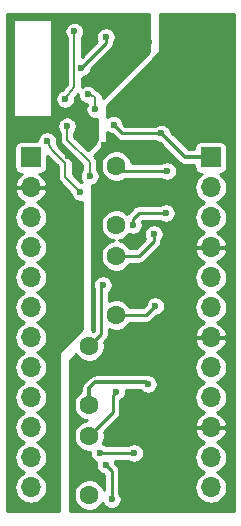
<source format=gbl>
G04 #@! TF.GenerationSoftware,KiCad,Pcbnew,(5.1.4)-1*
G04 #@! TF.CreationDate,2021-04-18T09:35:50+09:00*
G04 #@! TF.ProjectId,audio-board-wm8731,61756469-6f2d-4626-9f61-72642d776d38,rev?*
G04 #@! TF.SameCoordinates,Original*
G04 #@! TF.FileFunction,Copper,L2,Bot*
G04 #@! TF.FilePolarity,Positive*
%FSLAX46Y46*%
G04 Gerber Fmt 4.6, Leading zero omitted, Abs format (unit mm)*
G04 Created by KiCad (PCBNEW (5.1.4)-1) date 2021-04-18 09:35:50*
%MOMM*%
%LPD*%
G04 APERTURE LIST*
%ADD10O,1.700000X1.700000*%
%ADD11R,1.700000X1.700000*%
%ADD12C,1.600000*%
%ADD13C,0.600000*%
%ADD14C,0.250000*%
%ADD15C,0.300000*%
%ADD16C,0.200000*%
%ADD17C,0.254000*%
G04 APERTURE END LIST*
D10*
X53340000Y-81280000D03*
X53340000Y-78740000D03*
X53340000Y-76200000D03*
X53340000Y-73660000D03*
X53340000Y-71120000D03*
X53340000Y-68580000D03*
X53340000Y-66040000D03*
X53340000Y-63500000D03*
X53340000Y-60960000D03*
X53340000Y-58420000D03*
X53340000Y-55880000D03*
D11*
X53340000Y-53340000D03*
D10*
X68580000Y-81280000D03*
X68580000Y-78740000D03*
X68580000Y-76200000D03*
X68580000Y-73660000D03*
X68580000Y-71120000D03*
X68580000Y-68580000D03*
X68580000Y-66040000D03*
X68580000Y-63500000D03*
X68580000Y-60960000D03*
X68580000Y-58420000D03*
X68580000Y-55880000D03*
D11*
X68580000Y-53340000D03*
D12*
X58293000Y-76915000D03*
X58293000Y-81915000D03*
X58293000Y-69295000D03*
X58293000Y-74295000D03*
X60579000Y-61675000D03*
X60579000Y-66675000D03*
X60579000Y-54055000D03*
X60579000Y-59055000D03*
D13*
X64897000Y-54483000D03*
X61976000Y-59055000D03*
X64770000Y-58039000D03*
X64770000Y-76835000D03*
X64800000Y-79100000D03*
X61600000Y-81050000D03*
X58250000Y-79300000D03*
X58150000Y-71300000D03*
X60550000Y-64100000D03*
X66850000Y-57450000D03*
X70250000Y-64750000D03*
X70350000Y-70450000D03*
X70150000Y-82750000D03*
X67600000Y-82900000D03*
X70231000Y-50673000D03*
X66300000Y-54610000D03*
X63881000Y-48260000D03*
X61595000Y-83185000D03*
X61976000Y-57150000D03*
X61976000Y-60452000D03*
X59817000Y-71120000D03*
X59563000Y-52324000D03*
X66421000Y-46482000D03*
X61849000Y-68453000D03*
X63246000Y-70358000D03*
X65659000Y-50927000D03*
X64770000Y-43815000D03*
X70104000Y-41529000D03*
X64643000Y-41402000D03*
X70231000Y-44577000D03*
X62230005Y-49673917D03*
X64262000Y-52705000D03*
X63754000Y-59817000D03*
X63881000Y-65913000D03*
X56515000Y-53213000D03*
X51850000Y-82800000D03*
X54850000Y-82800000D03*
X58166000Y-43815000D03*
X54102000Y-51181000D03*
X55499000Y-54483000D03*
X57404000Y-51562000D03*
X62865000Y-41656000D03*
X51689000Y-62230000D03*
X63373000Y-43561000D03*
X56007000Y-44450000D03*
X57623000Y-45753077D03*
X59698018Y-43144269D03*
X62103000Y-78359000D03*
X59182000Y-78359000D03*
X59436000Y-64135000D03*
X63246000Y-72517000D03*
X59690000Y-79375000D03*
X60198000Y-82296000D03*
X60579000Y-73167000D03*
X64389000Y-51308000D03*
X60348000Y-50569000D03*
X56408228Y-50693228D03*
X58336272Y-54907272D03*
X58801000Y-49276000D03*
X58166000Y-48006000D03*
X57023000Y-42672000D03*
X56261000Y-48387000D03*
X54737000Y-51943000D03*
X57531000Y-56261000D03*
D14*
X61007000Y-54483000D02*
X60579000Y-54055000D01*
X64897000Y-54483000D02*
X61007000Y-54483000D01*
X62484000Y-58039000D02*
X64770000Y-58039000D01*
X61976000Y-59055000D02*
X61976000Y-58547000D01*
X61976000Y-58547000D02*
X62484000Y-58039000D01*
X62531000Y-61675000D02*
X60579000Y-61675000D01*
X63754000Y-59817000D02*
X63754000Y-60452000D01*
X63754000Y-60452000D02*
X62531000Y-61675000D01*
X60579000Y-66675000D02*
X63119000Y-66675000D01*
X63119000Y-66675000D02*
X63881000Y-65913000D01*
X59698018Y-43678059D02*
X59698018Y-43144269D01*
X57623000Y-45753077D02*
X59698018Y-43678059D01*
X59182000Y-78359000D02*
X62103000Y-78359000D01*
X59309000Y-68279000D02*
X58293000Y-69295000D01*
X59436000Y-64135000D02*
X59309000Y-64262000D01*
X59309000Y-64262000D02*
X59309000Y-68279000D01*
D15*
X63119000Y-72390000D02*
X63246000Y-72517000D01*
X58801000Y-72390000D02*
X63119000Y-72390000D01*
X58293000Y-74295000D02*
X58293000Y-72898000D01*
X58293000Y-72898000D02*
X58801000Y-72390000D01*
D14*
X59690000Y-79375000D02*
X60198000Y-79883000D01*
X60198000Y-79883000D02*
X60198000Y-82296000D01*
X59092999Y-76115001D02*
X58293000Y-76915000D01*
X60279001Y-74928999D02*
X59092999Y-76115001D01*
X60279001Y-73466999D02*
X60279001Y-74928999D01*
X60579000Y-73167000D02*
X60279001Y-73466999D01*
D15*
X64389000Y-51308000D02*
X66421000Y-53340000D01*
X66421000Y-53340000D02*
X68580000Y-53340000D01*
D14*
X61087000Y-51308000D02*
X64389000Y-51308000D01*
X60348000Y-50569000D02*
X61087000Y-51308000D01*
D16*
X56408228Y-51836228D02*
X56408228Y-50693228D01*
X58336272Y-54907272D02*
X58336272Y-53764272D01*
X58336272Y-53764272D02*
X56408228Y-51836228D01*
X58801000Y-48260000D02*
X58801000Y-49276000D01*
X58166000Y-48006000D02*
X58801000Y-48260000D01*
X57023000Y-47371000D02*
X57023000Y-42672000D01*
X56261000Y-48387000D02*
X57023000Y-47371000D01*
X56261000Y-54991000D02*
X57531000Y-56261000D01*
X56261000Y-53847002D02*
X56261000Y-54991000D01*
X54737000Y-51943000D02*
X55118000Y-52704002D01*
X55118000Y-52704002D02*
X56261000Y-53847002D01*
D17*
G36*
X63373000Y-44397394D02*
G01*
X59428000Y-48342394D01*
X59428000Y-48286959D01*
X59430986Y-48252318D01*
X59424607Y-48194756D01*
X59418927Y-48137087D01*
X59417807Y-48133394D01*
X59417382Y-48129561D01*
X59399891Y-48074333D01*
X59383075Y-48018897D01*
X59381257Y-48015496D01*
X59380092Y-48011817D01*
X59352152Y-47961045D01*
X59324853Y-47909972D01*
X59322406Y-47906991D01*
X59320547Y-47903612D01*
X59283290Y-47859327D01*
X59246501Y-47814499D01*
X59243514Y-47812048D01*
X59241035Y-47809101D01*
X59195838Y-47772922D01*
X59151027Y-47736147D01*
X59147626Y-47734329D01*
X59144614Y-47731918D01*
X59093199Y-47705237D01*
X59042102Y-47677925D01*
X59008824Y-47667830D01*
X58903635Y-47625755D01*
X58898877Y-47614269D01*
X58808372Y-47478819D01*
X58693181Y-47363628D01*
X58557731Y-47273123D01*
X58407227Y-47210782D01*
X58247452Y-47179000D01*
X58084548Y-47179000D01*
X57924773Y-47210782D01*
X57774269Y-47273123D01*
X57650000Y-47356157D01*
X57650000Y-46580077D01*
X57704452Y-46580077D01*
X57864227Y-46548295D01*
X58014731Y-46485954D01*
X58150181Y-46395449D01*
X58265372Y-46280258D01*
X58355877Y-46144808D01*
X58418218Y-45994304D01*
X58446619Y-45851524D01*
X60136406Y-44161738D01*
X60161282Y-44141323D01*
X60242759Y-44042043D01*
X60303301Y-43928776D01*
X60340583Y-43805873D01*
X60350018Y-43710081D01*
X60350018Y-43710080D01*
X60353172Y-43678059D01*
X60350963Y-43655627D01*
X60430895Y-43536000D01*
X60493236Y-43385496D01*
X60525018Y-43225721D01*
X60525018Y-43062817D01*
X60493236Y-42903042D01*
X60430895Y-42752538D01*
X60340390Y-42617088D01*
X60225199Y-42501897D01*
X60089749Y-42411392D01*
X59939245Y-42349051D01*
X59779470Y-42317269D01*
X59616566Y-42317269D01*
X59456791Y-42349051D01*
X59306287Y-42411392D01*
X59170837Y-42501897D01*
X59055646Y-42617088D01*
X58965141Y-42752538D01*
X58902800Y-42903042D01*
X58871018Y-43062817D01*
X58871018Y-43225721D01*
X58902800Y-43385496D01*
X58951337Y-43502673D01*
X57650000Y-44804011D01*
X57650000Y-43214553D01*
X57665372Y-43199181D01*
X57755877Y-43063731D01*
X57818218Y-42913227D01*
X57850000Y-42753452D01*
X57850000Y-42590548D01*
X57818218Y-42430773D01*
X57755877Y-42280269D01*
X57665372Y-42144819D01*
X57550181Y-42029628D01*
X57414731Y-41939123D01*
X57264227Y-41876782D01*
X57104452Y-41845000D01*
X56941548Y-41845000D01*
X56781773Y-41876782D01*
X56631269Y-41939123D01*
X56495819Y-42029628D01*
X56380628Y-42144819D01*
X56290123Y-42280269D01*
X56227782Y-42430773D01*
X56196000Y-42590548D01*
X56196000Y-42753452D01*
X56227782Y-42913227D01*
X56290123Y-43063731D01*
X56380628Y-43199181D01*
X56396001Y-43214554D01*
X56396000Y-47162000D01*
X56083114Y-47579182D01*
X56019773Y-47591782D01*
X55869269Y-47654123D01*
X55733819Y-47744628D01*
X55618628Y-47859819D01*
X55528123Y-47995269D01*
X55465782Y-48145773D01*
X55434000Y-48305548D01*
X55434000Y-48468452D01*
X55465782Y-48628227D01*
X55528123Y-48778731D01*
X55618628Y-48914181D01*
X55733819Y-49029372D01*
X55869269Y-49119877D01*
X56019773Y-49182218D01*
X56179548Y-49214000D01*
X56342452Y-49214000D01*
X56502227Y-49182218D01*
X56652731Y-49119877D01*
X56788181Y-49029372D01*
X56903372Y-48914181D01*
X56993877Y-48778731D01*
X57056218Y-48628227D01*
X57088000Y-48468452D01*
X57088000Y-48329333D01*
X57339000Y-47994666D01*
X57339000Y-48087452D01*
X57370782Y-48247227D01*
X57433123Y-48397731D01*
X57523628Y-48533181D01*
X57638819Y-48648372D01*
X57774269Y-48738877D01*
X57924773Y-48801218D01*
X58084548Y-48833000D01*
X58102380Y-48833000D01*
X58068123Y-48884269D01*
X58005782Y-49034773D01*
X57974000Y-49194548D01*
X57974000Y-49357452D01*
X58005782Y-49517227D01*
X58068123Y-49667731D01*
X58158628Y-49803181D01*
X58273819Y-49918372D01*
X58409269Y-50008877D01*
X58559773Y-50071218D01*
X58719548Y-50103000D01*
X58882452Y-50103000D01*
X58928000Y-50093940D01*
X58928000Y-51789447D01*
X58920628Y-51796819D01*
X58830123Y-51932269D01*
X58767782Y-52082773D01*
X58744232Y-52201162D01*
X58202053Y-52743341D01*
X57035228Y-51576517D01*
X57035228Y-51235781D01*
X57050600Y-51220409D01*
X57141105Y-51084959D01*
X57203446Y-50934455D01*
X57235228Y-50774680D01*
X57235228Y-50611776D01*
X57203446Y-50452001D01*
X57141105Y-50301497D01*
X57050600Y-50166047D01*
X56935409Y-50050856D01*
X56799959Y-49960351D01*
X56649455Y-49898010D01*
X56489680Y-49866228D01*
X56326776Y-49866228D01*
X56167001Y-49898010D01*
X56016497Y-49960351D01*
X55881047Y-50050856D01*
X55765856Y-50166047D01*
X55675351Y-50301497D01*
X55613010Y-50452001D01*
X55581228Y-50611776D01*
X55581228Y-50774680D01*
X55613010Y-50934455D01*
X55675351Y-51084959D01*
X55765856Y-51220409D01*
X55781229Y-51235782D01*
X55781228Y-51805433D01*
X55778195Y-51836228D01*
X55781228Y-51867021D01*
X55790301Y-51959140D01*
X55826153Y-52077330D01*
X55884375Y-52186255D01*
X55962727Y-52281729D01*
X55986655Y-52301366D01*
X57658000Y-53972712D01*
X57658000Y-54433819D01*
X57603395Y-54515541D01*
X57541054Y-54666045D01*
X57509272Y-54825820D01*
X57509272Y-54988724D01*
X57541054Y-55148499D01*
X57603395Y-55299003D01*
X57658000Y-55380725D01*
X57658000Y-55443060D01*
X57612452Y-55434000D01*
X57590712Y-55434000D01*
X56888000Y-54731289D01*
X56888000Y-53877795D01*
X56891033Y-53847001D01*
X56878927Y-53724089D01*
X56861891Y-53667928D01*
X56843075Y-53605899D01*
X56784853Y-53496974D01*
X56706501Y-53401501D01*
X56682579Y-53381869D01*
X55633183Y-52332474D01*
X55539823Y-52145997D01*
X55564000Y-52024452D01*
X55564000Y-51861548D01*
X55532218Y-51701773D01*
X55469877Y-51551269D01*
X55379372Y-51415819D01*
X55264181Y-51300628D01*
X55128731Y-51210123D01*
X54978227Y-51147782D01*
X54818452Y-51116000D01*
X54655548Y-51116000D01*
X54495773Y-51147782D01*
X54345269Y-51210123D01*
X54209819Y-51300628D01*
X54094628Y-51415819D01*
X54004123Y-51551269D01*
X53941782Y-51701773D01*
X53910000Y-51861548D01*
X53910000Y-51960451D01*
X52490000Y-51960451D01*
X52386690Y-51970626D01*
X52287350Y-52000761D01*
X52195798Y-52049696D01*
X52115552Y-52115552D01*
X52049696Y-52195798D01*
X52000761Y-52287350D01*
X51970626Y-52386690D01*
X51960451Y-52490000D01*
X51960451Y-54190000D01*
X51970626Y-54293310D01*
X52000761Y-54392650D01*
X52049696Y-54484202D01*
X52115552Y-54564448D01*
X52195798Y-54630304D01*
X52287350Y-54679239D01*
X52386690Y-54709374D01*
X52490000Y-54719549D01*
X52599153Y-54719549D01*
X52388532Y-54884591D01*
X52212620Y-55089340D01*
X52080032Y-55324473D01*
X51995864Y-55580955D01*
X51983741Y-55641903D01*
X52094962Y-55857000D01*
X53317000Y-55857000D01*
X53317000Y-55837000D01*
X53363000Y-55837000D01*
X53363000Y-55857000D01*
X54585038Y-55857000D01*
X54696259Y-55641903D01*
X54684136Y-55580955D01*
X54599968Y-55324473D01*
X54467380Y-55089340D01*
X54291468Y-54884591D01*
X54080847Y-54719549D01*
X54190000Y-54719549D01*
X54293310Y-54709374D01*
X54392650Y-54679239D01*
X54484202Y-54630304D01*
X54564448Y-54564448D01*
X54630304Y-54484202D01*
X54679239Y-54392650D01*
X54709374Y-54293310D01*
X54719549Y-54190000D01*
X54719549Y-53192262D01*
X55634000Y-54106714D01*
X55634001Y-54960196D01*
X55630967Y-54991000D01*
X55643073Y-55113912D01*
X55653565Y-55148499D01*
X55678926Y-55232103D01*
X55737148Y-55341028D01*
X55815500Y-55436501D01*
X55839422Y-55456133D01*
X56704000Y-56320712D01*
X56704000Y-56342452D01*
X56735782Y-56502227D01*
X56798123Y-56652731D01*
X56888628Y-56788181D01*
X57003819Y-56903372D01*
X57139269Y-56993877D01*
X57289773Y-57056218D01*
X57449548Y-57088000D01*
X57612452Y-57088000D01*
X57658000Y-57078940D01*
X57658000Y-67892394D01*
X55790197Y-69760197D01*
X55774403Y-69779443D01*
X55762667Y-69801399D01*
X55755440Y-69825224D01*
X55753000Y-69850000D01*
X55753000Y-83268000D01*
X51352000Y-83268000D01*
X51352000Y-58420000D01*
X51956338Y-58420000D01*
X51982925Y-58689939D01*
X52061663Y-58949505D01*
X52189527Y-59188721D01*
X52361603Y-59398397D01*
X52571279Y-59570473D01*
X52794898Y-59690000D01*
X52571279Y-59809527D01*
X52361603Y-59981603D01*
X52189527Y-60191279D01*
X52061663Y-60430495D01*
X51982925Y-60690061D01*
X51956338Y-60960000D01*
X51982925Y-61229939D01*
X52061663Y-61489505D01*
X52189527Y-61728721D01*
X52361603Y-61938397D01*
X52571279Y-62110473D01*
X52794898Y-62230000D01*
X52571279Y-62349527D01*
X52361603Y-62521603D01*
X52189527Y-62731279D01*
X52061663Y-62970495D01*
X51982925Y-63230061D01*
X51956338Y-63500000D01*
X51982925Y-63769939D01*
X52061663Y-64029505D01*
X52189527Y-64268721D01*
X52361603Y-64478397D01*
X52571279Y-64650473D01*
X52794898Y-64770000D01*
X52571279Y-64889527D01*
X52361603Y-65061603D01*
X52189527Y-65271279D01*
X52061663Y-65510495D01*
X51982925Y-65770061D01*
X51956338Y-66040000D01*
X51982925Y-66309939D01*
X52061663Y-66569505D01*
X52189527Y-66808721D01*
X52361603Y-67018397D01*
X52571279Y-67190473D01*
X52794898Y-67310000D01*
X52571279Y-67429527D01*
X52361603Y-67601603D01*
X52189527Y-67811279D01*
X52061663Y-68050495D01*
X51982925Y-68310061D01*
X51956338Y-68580000D01*
X51982925Y-68849939D01*
X52061663Y-69109505D01*
X52189527Y-69348721D01*
X52361603Y-69558397D01*
X52571279Y-69730473D01*
X52794898Y-69850000D01*
X52571279Y-69969527D01*
X52361603Y-70141603D01*
X52189527Y-70351279D01*
X52061663Y-70590495D01*
X51982925Y-70850061D01*
X51956338Y-71120000D01*
X51982925Y-71389939D01*
X52061663Y-71649505D01*
X52189527Y-71888721D01*
X52361603Y-72098397D01*
X52571279Y-72270473D01*
X52794898Y-72390000D01*
X52571279Y-72509527D01*
X52361603Y-72681603D01*
X52189527Y-72891279D01*
X52061663Y-73130495D01*
X51982925Y-73390061D01*
X51956338Y-73660000D01*
X51982925Y-73929939D01*
X52061663Y-74189505D01*
X52189527Y-74428721D01*
X52361603Y-74638397D01*
X52571279Y-74810473D01*
X52794898Y-74930000D01*
X52571279Y-75049527D01*
X52361603Y-75221603D01*
X52189527Y-75431279D01*
X52061663Y-75670495D01*
X51982925Y-75930061D01*
X51956338Y-76200000D01*
X51982925Y-76469939D01*
X52061663Y-76729505D01*
X52189527Y-76968721D01*
X52361603Y-77178397D01*
X52571279Y-77350473D01*
X52794898Y-77470000D01*
X52571279Y-77589527D01*
X52361603Y-77761603D01*
X52189527Y-77971279D01*
X52061663Y-78210495D01*
X51982925Y-78470061D01*
X51956338Y-78740000D01*
X51982925Y-79009939D01*
X52061663Y-79269505D01*
X52189527Y-79508721D01*
X52361603Y-79718397D01*
X52571279Y-79890473D01*
X52794898Y-80010000D01*
X52571279Y-80129527D01*
X52361603Y-80301603D01*
X52189527Y-80511279D01*
X52061663Y-80750495D01*
X51982925Y-81010061D01*
X51956338Y-81280000D01*
X51982925Y-81549939D01*
X52061663Y-81809505D01*
X52189527Y-82048721D01*
X52361603Y-82258397D01*
X52571279Y-82430473D01*
X52810495Y-82558337D01*
X53070061Y-82637075D01*
X53272360Y-82657000D01*
X53407640Y-82657000D01*
X53609939Y-82637075D01*
X53869505Y-82558337D01*
X54108721Y-82430473D01*
X54318397Y-82258397D01*
X54490473Y-82048721D01*
X54618337Y-81809505D01*
X54697075Y-81549939D01*
X54723662Y-81280000D01*
X54697075Y-81010061D01*
X54618337Y-80750495D01*
X54490473Y-80511279D01*
X54318397Y-80301603D01*
X54108721Y-80129527D01*
X53885102Y-80010000D01*
X54108721Y-79890473D01*
X54318397Y-79718397D01*
X54490473Y-79508721D01*
X54618337Y-79269505D01*
X54697075Y-79009939D01*
X54723662Y-78740000D01*
X54697075Y-78470061D01*
X54618337Y-78210495D01*
X54490473Y-77971279D01*
X54318397Y-77761603D01*
X54108721Y-77589527D01*
X53885102Y-77470000D01*
X54108721Y-77350473D01*
X54318397Y-77178397D01*
X54490473Y-76968721D01*
X54618337Y-76729505D01*
X54697075Y-76469939D01*
X54723662Y-76200000D01*
X54697075Y-75930061D01*
X54618337Y-75670495D01*
X54490473Y-75431279D01*
X54318397Y-75221603D01*
X54108721Y-75049527D01*
X53885102Y-74930000D01*
X54108721Y-74810473D01*
X54318397Y-74638397D01*
X54490473Y-74428721D01*
X54618337Y-74189505D01*
X54697075Y-73929939D01*
X54723662Y-73660000D01*
X54697075Y-73390061D01*
X54618337Y-73130495D01*
X54490473Y-72891279D01*
X54318397Y-72681603D01*
X54108721Y-72509527D01*
X53885102Y-72390000D01*
X54108721Y-72270473D01*
X54318397Y-72098397D01*
X54490473Y-71888721D01*
X54618337Y-71649505D01*
X54697075Y-71389939D01*
X54723662Y-71120000D01*
X54697075Y-70850061D01*
X54618337Y-70590495D01*
X54490473Y-70351279D01*
X54318397Y-70141603D01*
X54108721Y-69969527D01*
X53885102Y-69850000D01*
X54108721Y-69730473D01*
X54318397Y-69558397D01*
X54490473Y-69348721D01*
X54618337Y-69109505D01*
X54697075Y-68849939D01*
X54723662Y-68580000D01*
X54697075Y-68310061D01*
X54618337Y-68050495D01*
X54490473Y-67811279D01*
X54318397Y-67601603D01*
X54108721Y-67429527D01*
X53885102Y-67310000D01*
X54108721Y-67190473D01*
X54318397Y-67018397D01*
X54490473Y-66808721D01*
X54618337Y-66569505D01*
X54697075Y-66309939D01*
X54723662Y-66040000D01*
X54697075Y-65770061D01*
X54618337Y-65510495D01*
X54490473Y-65271279D01*
X54318397Y-65061603D01*
X54108721Y-64889527D01*
X53885102Y-64770000D01*
X54108721Y-64650473D01*
X54318397Y-64478397D01*
X54490473Y-64268721D01*
X54618337Y-64029505D01*
X54697075Y-63769939D01*
X54723662Y-63500000D01*
X54697075Y-63230061D01*
X54618337Y-62970495D01*
X54490473Y-62731279D01*
X54318397Y-62521603D01*
X54108721Y-62349527D01*
X53885102Y-62230000D01*
X54108721Y-62110473D01*
X54318397Y-61938397D01*
X54490473Y-61728721D01*
X54618337Y-61489505D01*
X54697075Y-61229939D01*
X54723662Y-60960000D01*
X54697075Y-60690061D01*
X54618337Y-60430495D01*
X54490473Y-60191279D01*
X54318397Y-59981603D01*
X54108721Y-59809527D01*
X53885102Y-59690000D01*
X54108721Y-59570473D01*
X54318397Y-59398397D01*
X54490473Y-59188721D01*
X54618337Y-58949505D01*
X54697075Y-58689939D01*
X54723662Y-58420000D01*
X54697075Y-58150061D01*
X54618337Y-57890495D01*
X54490473Y-57651279D01*
X54318397Y-57441603D01*
X54108721Y-57269527D01*
X53875472Y-57144852D01*
X54078991Y-57041905D01*
X54291468Y-56875409D01*
X54467380Y-56670660D01*
X54599968Y-56435527D01*
X54684136Y-56179045D01*
X54696259Y-56118097D01*
X54585038Y-55903000D01*
X53363000Y-55903000D01*
X53363000Y-55923000D01*
X53317000Y-55923000D01*
X53317000Y-55903000D01*
X52094962Y-55903000D01*
X51983741Y-56118097D01*
X51995864Y-56179045D01*
X52080032Y-56435527D01*
X52212620Y-56670660D01*
X52388532Y-56875409D01*
X52601009Y-57041905D01*
X52804528Y-57144852D01*
X52571279Y-57269527D01*
X52361603Y-57441603D01*
X52189527Y-57651279D01*
X52061663Y-57890495D01*
X51982925Y-58150061D01*
X51956338Y-58420000D01*
X51352000Y-58420000D01*
X51352000Y-41783000D01*
X51816000Y-41783000D01*
X51816000Y-49784000D01*
X51818440Y-49808776D01*
X51825667Y-49832601D01*
X51837403Y-49854557D01*
X51853197Y-49873803D01*
X51872443Y-49889597D01*
X51894399Y-49901333D01*
X51918224Y-49908560D01*
X51943000Y-49911000D01*
X54991000Y-49911000D01*
X55015776Y-49908560D01*
X55039601Y-49901333D01*
X55061557Y-49889597D01*
X55080803Y-49873803D01*
X55096597Y-49854557D01*
X55108333Y-49832601D01*
X55115560Y-49808776D01*
X55118000Y-49784000D01*
X55118000Y-41783000D01*
X55115560Y-41758224D01*
X55108333Y-41734399D01*
X55096597Y-41712443D01*
X55080803Y-41693197D01*
X55061557Y-41677403D01*
X55039601Y-41665667D01*
X55015776Y-41658440D01*
X54991000Y-41656000D01*
X51943000Y-41656000D01*
X51918224Y-41658440D01*
X51894399Y-41665667D01*
X51872443Y-41677403D01*
X51853197Y-41693197D01*
X51837403Y-41712443D01*
X51825667Y-41734399D01*
X51818440Y-41758224D01*
X51816000Y-41783000D01*
X51352000Y-41783000D01*
X51352000Y-41192000D01*
X63373000Y-41192000D01*
X63373000Y-44397394D01*
X63373000Y-44397394D01*
G37*
X63373000Y-44397394D02*
X59428000Y-48342394D01*
X59428000Y-48286959D01*
X59430986Y-48252318D01*
X59424607Y-48194756D01*
X59418927Y-48137087D01*
X59417807Y-48133394D01*
X59417382Y-48129561D01*
X59399891Y-48074333D01*
X59383075Y-48018897D01*
X59381257Y-48015496D01*
X59380092Y-48011817D01*
X59352152Y-47961045D01*
X59324853Y-47909972D01*
X59322406Y-47906991D01*
X59320547Y-47903612D01*
X59283290Y-47859327D01*
X59246501Y-47814499D01*
X59243514Y-47812048D01*
X59241035Y-47809101D01*
X59195838Y-47772922D01*
X59151027Y-47736147D01*
X59147626Y-47734329D01*
X59144614Y-47731918D01*
X59093199Y-47705237D01*
X59042102Y-47677925D01*
X59008824Y-47667830D01*
X58903635Y-47625755D01*
X58898877Y-47614269D01*
X58808372Y-47478819D01*
X58693181Y-47363628D01*
X58557731Y-47273123D01*
X58407227Y-47210782D01*
X58247452Y-47179000D01*
X58084548Y-47179000D01*
X57924773Y-47210782D01*
X57774269Y-47273123D01*
X57650000Y-47356157D01*
X57650000Y-46580077D01*
X57704452Y-46580077D01*
X57864227Y-46548295D01*
X58014731Y-46485954D01*
X58150181Y-46395449D01*
X58265372Y-46280258D01*
X58355877Y-46144808D01*
X58418218Y-45994304D01*
X58446619Y-45851524D01*
X60136406Y-44161738D01*
X60161282Y-44141323D01*
X60242759Y-44042043D01*
X60303301Y-43928776D01*
X60340583Y-43805873D01*
X60350018Y-43710081D01*
X60350018Y-43710080D01*
X60353172Y-43678059D01*
X60350963Y-43655627D01*
X60430895Y-43536000D01*
X60493236Y-43385496D01*
X60525018Y-43225721D01*
X60525018Y-43062817D01*
X60493236Y-42903042D01*
X60430895Y-42752538D01*
X60340390Y-42617088D01*
X60225199Y-42501897D01*
X60089749Y-42411392D01*
X59939245Y-42349051D01*
X59779470Y-42317269D01*
X59616566Y-42317269D01*
X59456791Y-42349051D01*
X59306287Y-42411392D01*
X59170837Y-42501897D01*
X59055646Y-42617088D01*
X58965141Y-42752538D01*
X58902800Y-42903042D01*
X58871018Y-43062817D01*
X58871018Y-43225721D01*
X58902800Y-43385496D01*
X58951337Y-43502673D01*
X57650000Y-44804011D01*
X57650000Y-43214553D01*
X57665372Y-43199181D01*
X57755877Y-43063731D01*
X57818218Y-42913227D01*
X57850000Y-42753452D01*
X57850000Y-42590548D01*
X57818218Y-42430773D01*
X57755877Y-42280269D01*
X57665372Y-42144819D01*
X57550181Y-42029628D01*
X57414731Y-41939123D01*
X57264227Y-41876782D01*
X57104452Y-41845000D01*
X56941548Y-41845000D01*
X56781773Y-41876782D01*
X56631269Y-41939123D01*
X56495819Y-42029628D01*
X56380628Y-42144819D01*
X56290123Y-42280269D01*
X56227782Y-42430773D01*
X56196000Y-42590548D01*
X56196000Y-42753452D01*
X56227782Y-42913227D01*
X56290123Y-43063731D01*
X56380628Y-43199181D01*
X56396001Y-43214554D01*
X56396000Y-47162000D01*
X56083114Y-47579182D01*
X56019773Y-47591782D01*
X55869269Y-47654123D01*
X55733819Y-47744628D01*
X55618628Y-47859819D01*
X55528123Y-47995269D01*
X55465782Y-48145773D01*
X55434000Y-48305548D01*
X55434000Y-48468452D01*
X55465782Y-48628227D01*
X55528123Y-48778731D01*
X55618628Y-48914181D01*
X55733819Y-49029372D01*
X55869269Y-49119877D01*
X56019773Y-49182218D01*
X56179548Y-49214000D01*
X56342452Y-49214000D01*
X56502227Y-49182218D01*
X56652731Y-49119877D01*
X56788181Y-49029372D01*
X56903372Y-48914181D01*
X56993877Y-48778731D01*
X57056218Y-48628227D01*
X57088000Y-48468452D01*
X57088000Y-48329333D01*
X57339000Y-47994666D01*
X57339000Y-48087452D01*
X57370782Y-48247227D01*
X57433123Y-48397731D01*
X57523628Y-48533181D01*
X57638819Y-48648372D01*
X57774269Y-48738877D01*
X57924773Y-48801218D01*
X58084548Y-48833000D01*
X58102380Y-48833000D01*
X58068123Y-48884269D01*
X58005782Y-49034773D01*
X57974000Y-49194548D01*
X57974000Y-49357452D01*
X58005782Y-49517227D01*
X58068123Y-49667731D01*
X58158628Y-49803181D01*
X58273819Y-49918372D01*
X58409269Y-50008877D01*
X58559773Y-50071218D01*
X58719548Y-50103000D01*
X58882452Y-50103000D01*
X58928000Y-50093940D01*
X58928000Y-51789447D01*
X58920628Y-51796819D01*
X58830123Y-51932269D01*
X58767782Y-52082773D01*
X58744232Y-52201162D01*
X58202053Y-52743341D01*
X57035228Y-51576517D01*
X57035228Y-51235781D01*
X57050600Y-51220409D01*
X57141105Y-51084959D01*
X57203446Y-50934455D01*
X57235228Y-50774680D01*
X57235228Y-50611776D01*
X57203446Y-50452001D01*
X57141105Y-50301497D01*
X57050600Y-50166047D01*
X56935409Y-50050856D01*
X56799959Y-49960351D01*
X56649455Y-49898010D01*
X56489680Y-49866228D01*
X56326776Y-49866228D01*
X56167001Y-49898010D01*
X56016497Y-49960351D01*
X55881047Y-50050856D01*
X55765856Y-50166047D01*
X55675351Y-50301497D01*
X55613010Y-50452001D01*
X55581228Y-50611776D01*
X55581228Y-50774680D01*
X55613010Y-50934455D01*
X55675351Y-51084959D01*
X55765856Y-51220409D01*
X55781229Y-51235782D01*
X55781228Y-51805433D01*
X55778195Y-51836228D01*
X55781228Y-51867021D01*
X55790301Y-51959140D01*
X55826153Y-52077330D01*
X55884375Y-52186255D01*
X55962727Y-52281729D01*
X55986655Y-52301366D01*
X57658000Y-53972712D01*
X57658000Y-54433819D01*
X57603395Y-54515541D01*
X57541054Y-54666045D01*
X57509272Y-54825820D01*
X57509272Y-54988724D01*
X57541054Y-55148499D01*
X57603395Y-55299003D01*
X57658000Y-55380725D01*
X57658000Y-55443060D01*
X57612452Y-55434000D01*
X57590712Y-55434000D01*
X56888000Y-54731289D01*
X56888000Y-53877795D01*
X56891033Y-53847001D01*
X56878927Y-53724089D01*
X56861891Y-53667928D01*
X56843075Y-53605899D01*
X56784853Y-53496974D01*
X56706501Y-53401501D01*
X56682579Y-53381869D01*
X55633183Y-52332474D01*
X55539823Y-52145997D01*
X55564000Y-52024452D01*
X55564000Y-51861548D01*
X55532218Y-51701773D01*
X55469877Y-51551269D01*
X55379372Y-51415819D01*
X55264181Y-51300628D01*
X55128731Y-51210123D01*
X54978227Y-51147782D01*
X54818452Y-51116000D01*
X54655548Y-51116000D01*
X54495773Y-51147782D01*
X54345269Y-51210123D01*
X54209819Y-51300628D01*
X54094628Y-51415819D01*
X54004123Y-51551269D01*
X53941782Y-51701773D01*
X53910000Y-51861548D01*
X53910000Y-51960451D01*
X52490000Y-51960451D01*
X52386690Y-51970626D01*
X52287350Y-52000761D01*
X52195798Y-52049696D01*
X52115552Y-52115552D01*
X52049696Y-52195798D01*
X52000761Y-52287350D01*
X51970626Y-52386690D01*
X51960451Y-52490000D01*
X51960451Y-54190000D01*
X51970626Y-54293310D01*
X52000761Y-54392650D01*
X52049696Y-54484202D01*
X52115552Y-54564448D01*
X52195798Y-54630304D01*
X52287350Y-54679239D01*
X52386690Y-54709374D01*
X52490000Y-54719549D01*
X52599153Y-54719549D01*
X52388532Y-54884591D01*
X52212620Y-55089340D01*
X52080032Y-55324473D01*
X51995864Y-55580955D01*
X51983741Y-55641903D01*
X52094962Y-55857000D01*
X53317000Y-55857000D01*
X53317000Y-55837000D01*
X53363000Y-55837000D01*
X53363000Y-55857000D01*
X54585038Y-55857000D01*
X54696259Y-55641903D01*
X54684136Y-55580955D01*
X54599968Y-55324473D01*
X54467380Y-55089340D01*
X54291468Y-54884591D01*
X54080847Y-54719549D01*
X54190000Y-54719549D01*
X54293310Y-54709374D01*
X54392650Y-54679239D01*
X54484202Y-54630304D01*
X54564448Y-54564448D01*
X54630304Y-54484202D01*
X54679239Y-54392650D01*
X54709374Y-54293310D01*
X54719549Y-54190000D01*
X54719549Y-53192262D01*
X55634000Y-54106714D01*
X55634001Y-54960196D01*
X55630967Y-54991000D01*
X55643073Y-55113912D01*
X55653565Y-55148499D01*
X55678926Y-55232103D01*
X55737148Y-55341028D01*
X55815500Y-55436501D01*
X55839422Y-55456133D01*
X56704000Y-56320712D01*
X56704000Y-56342452D01*
X56735782Y-56502227D01*
X56798123Y-56652731D01*
X56888628Y-56788181D01*
X57003819Y-56903372D01*
X57139269Y-56993877D01*
X57289773Y-57056218D01*
X57449548Y-57088000D01*
X57612452Y-57088000D01*
X57658000Y-57078940D01*
X57658000Y-67892394D01*
X55790197Y-69760197D01*
X55774403Y-69779443D01*
X55762667Y-69801399D01*
X55755440Y-69825224D01*
X55753000Y-69850000D01*
X55753000Y-83268000D01*
X51352000Y-83268000D01*
X51352000Y-58420000D01*
X51956338Y-58420000D01*
X51982925Y-58689939D01*
X52061663Y-58949505D01*
X52189527Y-59188721D01*
X52361603Y-59398397D01*
X52571279Y-59570473D01*
X52794898Y-59690000D01*
X52571279Y-59809527D01*
X52361603Y-59981603D01*
X52189527Y-60191279D01*
X52061663Y-60430495D01*
X51982925Y-60690061D01*
X51956338Y-60960000D01*
X51982925Y-61229939D01*
X52061663Y-61489505D01*
X52189527Y-61728721D01*
X52361603Y-61938397D01*
X52571279Y-62110473D01*
X52794898Y-62230000D01*
X52571279Y-62349527D01*
X52361603Y-62521603D01*
X52189527Y-62731279D01*
X52061663Y-62970495D01*
X51982925Y-63230061D01*
X51956338Y-63500000D01*
X51982925Y-63769939D01*
X52061663Y-64029505D01*
X52189527Y-64268721D01*
X52361603Y-64478397D01*
X52571279Y-64650473D01*
X52794898Y-64770000D01*
X52571279Y-64889527D01*
X52361603Y-65061603D01*
X52189527Y-65271279D01*
X52061663Y-65510495D01*
X51982925Y-65770061D01*
X51956338Y-66040000D01*
X51982925Y-66309939D01*
X52061663Y-66569505D01*
X52189527Y-66808721D01*
X52361603Y-67018397D01*
X52571279Y-67190473D01*
X52794898Y-67310000D01*
X52571279Y-67429527D01*
X52361603Y-67601603D01*
X52189527Y-67811279D01*
X52061663Y-68050495D01*
X51982925Y-68310061D01*
X51956338Y-68580000D01*
X51982925Y-68849939D01*
X52061663Y-69109505D01*
X52189527Y-69348721D01*
X52361603Y-69558397D01*
X52571279Y-69730473D01*
X52794898Y-69850000D01*
X52571279Y-69969527D01*
X52361603Y-70141603D01*
X52189527Y-70351279D01*
X52061663Y-70590495D01*
X51982925Y-70850061D01*
X51956338Y-71120000D01*
X51982925Y-71389939D01*
X52061663Y-71649505D01*
X52189527Y-71888721D01*
X52361603Y-72098397D01*
X52571279Y-72270473D01*
X52794898Y-72390000D01*
X52571279Y-72509527D01*
X52361603Y-72681603D01*
X52189527Y-72891279D01*
X52061663Y-73130495D01*
X51982925Y-73390061D01*
X51956338Y-73660000D01*
X51982925Y-73929939D01*
X52061663Y-74189505D01*
X52189527Y-74428721D01*
X52361603Y-74638397D01*
X52571279Y-74810473D01*
X52794898Y-74930000D01*
X52571279Y-75049527D01*
X52361603Y-75221603D01*
X52189527Y-75431279D01*
X52061663Y-75670495D01*
X51982925Y-75930061D01*
X51956338Y-76200000D01*
X51982925Y-76469939D01*
X52061663Y-76729505D01*
X52189527Y-76968721D01*
X52361603Y-77178397D01*
X52571279Y-77350473D01*
X52794898Y-77470000D01*
X52571279Y-77589527D01*
X52361603Y-77761603D01*
X52189527Y-77971279D01*
X52061663Y-78210495D01*
X51982925Y-78470061D01*
X51956338Y-78740000D01*
X51982925Y-79009939D01*
X52061663Y-79269505D01*
X52189527Y-79508721D01*
X52361603Y-79718397D01*
X52571279Y-79890473D01*
X52794898Y-80010000D01*
X52571279Y-80129527D01*
X52361603Y-80301603D01*
X52189527Y-80511279D01*
X52061663Y-80750495D01*
X51982925Y-81010061D01*
X51956338Y-81280000D01*
X51982925Y-81549939D01*
X52061663Y-81809505D01*
X52189527Y-82048721D01*
X52361603Y-82258397D01*
X52571279Y-82430473D01*
X52810495Y-82558337D01*
X53070061Y-82637075D01*
X53272360Y-82657000D01*
X53407640Y-82657000D01*
X53609939Y-82637075D01*
X53869505Y-82558337D01*
X54108721Y-82430473D01*
X54318397Y-82258397D01*
X54490473Y-82048721D01*
X54618337Y-81809505D01*
X54697075Y-81549939D01*
X54723662Y-81280000D01*
X54697075Y-81010061D01*
X54618337Y-80750495D01*
X54490473Y-80511279D01*
X54318397Y-80301603D01*
X54108721Y-80129527D01*
X53885102Y-80010000D01*
X54108721Y-79890473D01*
X54318397Y-79718397D01*
X54490473Y-79508721D01*
X54618337Y-79269505D01*
X54697075Y-79009939D01*
X54723662Y-78740000D01*
X54697075Y-78470061D01*
X54618337Y-78210495D01*
X54490473Y-77971279D01*
X54318397Y-77761603D01*
X54108721Y-77589527D01*
X53885102Y-77470000D01*
X54108721Y-77350473D01*
X54318397Y-77178397D01*
X54490473Y-76968721D01*
X54618337Y-76729505D01*
X54697075Y-76469939D01*
X54723662Y-76200000D01*
X54697075Y-75930061D01*
X54618337Y-75670495D01*
X54490473Y-75431279D01*
X54318397Y-75221603D01*
X54108721Y-75049527D01*
X53885102Y-74930000D01*
X54108721Y-74810473D01*
X54318397Y-74638397D01*
X54490473Y-74428721D01*
X54618337Y-74189505D01*
X54697075Y-73929939D01*
X54723662Y-73660000D01*
X54697075Y-73390061D01*
X54618337Y-73130495D01*
X54490473Y-72891279D01*
X54318397Y-72681603D01*
X54108721Y-72509527D01*
X53885102Y-72390000D01*
X54108721Y-72270473D01*
X54318397Y-72098397D01*
X54490473Y-71888721D01*
X54618337Y-71649505D01*
X54697075Y-71389939D01*
X54723662Y-71120000D01*
X54697075Y-70850061D01*
X54618337Y-70590495D01*
X54490473Y-70351279D01*
X54318397Y-70141603D01*
X54108721Y-69969527D01*
X53885102Y-69850000D01*
X54108721Y-69730473D01*
X54318397Y-69558397D01*
X54490473Y-69348721D01*
X54618337Y-69109505D01*
X54697075Y-68849939D01*
X54723662Y-68580000D01*
X54697075Y-68310061D01*
X54618337Y-68050495D01*
X54490473Y-67811279D01*
X54318397Y-67601603D01*
X54108721Y-67429527D01*
X53885102Y-67310000D01*
X54108721Y-67190473D01*
X54318397Y-67018397D01*
X54490473Y-66808721D01*
X54618337Y-66569505D01*
X54697075Y-66309939D01*
X54723662Y-66040000D01*
X54697075Y-65770061D01*
X54618337Y-65510495D01*
X54490473Y-65271279D01*
X54318397Y-65061603D01*
X54108721Y-64889527D01*
X53885102Y-64770000D01*
X54108721Y-64650473D01*
X54318397Y-64478397D01*
X54490473Y-64268721D01*
X54618337Y-64029505D01*
X54697075Y-63769939D01*
X54723662Y-63500000D01*
X54697075Y-63230061D01*
X54618337Y-62970495D01*
X54490473Y-62731279D01*
X54318397Y-62521603D01*
X54108721Y-62349527D01*
X53885102Y-62230000D01*
X54108721Y-62110473D01*
X54318397Y-61938397D01*
X54490473Y-61728721D01*
X54618337Y-61489505D01*
X54697075Y-61229939D01*
X54723662Y-60960000D01*
X54697075Y-60690061D01*
X54618337Y-60430495D01*
X54490473Y-60191279D01*
X54318397Y-59981603D01*
X54108721Y-59809527D01*
X53885102Y-59690000D01*
X54108721Y-59570473D01*
X54318397Y-59398397D01*
X54490473Y-59188721D01*
X54618337Y-58949505D01*
X54697075Y-58689939D01*
X54723662Y-58420000D01*
X54697075Y-58150061D01*
X54618337Y-57890495D01*
X54490473Y-57651279D01*
X54318397Y-57441603D01*
X54108721Y-57269527D01*
X53875472Y-57144852D01*
X54078991Y-57041905D01*
X54291468Y-56875409D01*
X54467380Y-56670660D01*
X54599968Y-56435527D01*
X54684136Y-56179045D01*
X54696259Y-56118097D01*
X54585038Y-55903000D01*
X53363000Y-55903000D01*
X53363000Y-55923000D01*
X53317000Y-55923000D01*
X53317000Y-55903000D01*
X52094962Y-55903000D01*
X51983741Y-56118097D01*
X51995864Y-56179045D01*
X52080032Y-56435527D01*
X52212620Y-56670660D01*
X52388532Y-56875409D01*
X52601009Y-57041905D01*
X52804528Y-57144852D01*
X52571279Y-57269527D01*
X52361603Y-57441603D01*
X52189527Y-57651279D01*
X52061663Y-57890495D01*
X51982925Y-58150061D01*
X51956338Y-58420000D01*
X51352000Y-58420000D01*
X51352000Y-41783000D01*
X51816000Y-41783000D01*
X51816000Y-49784000D01*
X51818440Y-49808776D01*
X51825667Y-49832601D01*
X51837403Y-49854557D01*
X51853197Y-49873803D01*
X51872443Y-49889597D01*
X51894399Y-49901333D01*
X51918224Y-49908560D01*
X51943000Y-49911000D01*
X54991000Y-49911000D01*
X55015776Y-49908560D01*
X55039601Y-49901333D01*
X55061557Y-49889597D01*
X55080803Y-49873803D01*
X55096597Y-49854557D01*
X55108333Y-49832601D01*
X55115560Y-49808776D01*
X55118000Y-49784000D01*
X55118000Y-41783000D01*
X55115560Y-41758224D01*
X55108333Y-41734399D01*
X55096597Y-41712443D01*
X55080803Y-41693197D01*
X55061557Y-41677403D01*
X55039601Y-41665667D01*
X55015776Y-41658440D01*
X54991000Y-41656000D01*
X51943000Y-41656000D01*
X51918224Y-41658440D01*
X51894399Y-41665667D01*
X51872443Y-41677403D01*
X51853197Y-41693197D01*
X51837403Y-41712443D01*
X51825667Y-41734399D01*
X51818440Y-41758224D01*
X51816000Y-41783000D01*
X51352000Y-41783000D01*
X51352000Y-41192000D01*
X63373000Y-41192000D01*
X63373000Y-44397394D01*
G36*
X70568001Y-50772882D02*
G01*
X70568000Y-50772892D01*
X70568001Y-83268000D01*
X56642000Y-83268000D01*
X56642000Y-74164302D01*
X56966000Y-74164302D01*
X56966000Y-74425698D01*
X57016996Y-74682072D01*
X57117028Y-74923570D01*
X57262252Y-75140913D01*
X57447087Y-75325748D01*
X57664430Y-75470972D01*
X57905928Y-75571004D01*
X58076837Y-75605000D01*
X57905928Y-75638996D01*
X57664430Y-75739028D01*
X57447087Y-75884252D01*
X57262252Y-76069087D01*
X57117028Y-76286430D01*
X57016996Y-76527928D01*
X56966000Y-76784302D01*
X56966000Y-77045698D01*
X57016996Y-77302072D01*
X57117028Y-77543570D01*
X57262252Y-77760913D01*
X57447087Y-77945748D01*
X57664430Y-78090972D01*
X57905928Y-78191004D01*
X58162302Y-78242000D01*
X58362071Y-78242000D01*
X58355000Y-78277548D01*
X58355000Y-78440452D01*
X58386782Y-78600227D01*
X58449123Y-78750731D01*
X58539628Y-78886181D01*
X58654819Y-79001372D01*
X58790269Y-79091877D01*
X58894526Y-79135062D01*
X58863000Y-79293548D01*
X58863000Y-79456452D01*
X58894782Y-79616227D01*
X58957123Y-79766731D01*
X59047628Y-79902181D01*
X59162819Y-80017372D01*
X59298269Y-80107877D01*
X59448773Y-80170218D01*
X59546000Y-80189558D01*
X59546001Y-81472393D01*
X59468972Y-81286430D01*
X59323748Y-81069087D01*
X59138913Y-80884252D01*
X58921570Y-80739028D01*
X58680072Y-80638996D01*
X58423698Y-80588000D01*
X58162302Y-80588000D01*
X57905928Y-80638996D01*
X57664430Y-80739028D01*
X57447087Y-80884252D01*
X57262252Y-81069087D01*
X57117028Y-81286430D01*
X57016996Y-81527928D01*
X56966000Y-81784302D01*
X56966000Y-82045698D01*
X57016996Y-82302072D01*
X57117028Y-82543570D01*
X57262252Y-82760913D01*
X57447087Y-82945748D01*
X57664430Y-83090972D01*
X57905928Y-83191004D01*
X58162302Y-83242000D01*
X58423698Y-83242000D01*
X58680072Y-83191004D01*
X58921570Y-83090972D01*
X59138913Y-82945748D01*
X59323748Y-82760913D01*
X59429734Y-82602294D01*
X59465123Y-82687731D01*
X59555628Y-82823181D01*
X59670819Y-82938372D01*
X59806269Y-83028877D01*
X59956773Y-83091218D01*
X60116548Y-83123000D01*
X60279452Y-83123000D01*
X60439227Y-83091218D01*
X60589731Y-83028877D01*
X60725181Y-82938372D01*
X60840372Y-82823181D01*
X60930877Y-82687731D01*
X60993218Y-82537227D01*
X61025000Y-82377452D01*
X61025000Y-82214548D01*
X60993218Y-82054773D01*
X60930877Y-81904269D01*
X60850000Y-81783228D01*
X60850000Y-79915014D01*
X60853153Y-79882999D01*
X60850000Y-79850985D01*
X60850000Y-79850978D01*
X60840565Y-79755186D01*
X60803283Y-79632283D01*
X60742741Y-79519016D01*
X60661264Y-79419736D01*
X60636388Y-79399321D01*
X60513619Y-79276553D01*
X60485218Y-79133773D01*
X60434364Y-79011000D01*
X61590228Y-79011000D01*
X61711269Y-79091877D01*
X61861773Y-79154218D01*
X62021548Y-79186000D01*
X62184452Y-79186000D01*
X62344227Y-79154218D01*
X62494731Y-79091877D01*
X62630181Y-79001372D01*
X62745372Y-78886181D01*
X62835877Y-78750731D01*
X62840321Y-78740000D01*
X67196338Y-78740000D01*
X67222925Y-79009939D01*
X67301663Y-79269505D01*
X67429527Y-79508721D01*
X67601603Y-79718397D01*
X67811279Y-79890473D01*
X68034898Y-80010000D01*
X67811279Y-80129527D01*
X67601603Y-80301603D01*
X67429527Y-80511279D01*
X67301663Y-80750495D01*
X67222925Y-81010061D01*
X67196338Y-81280000D01*
X67222925Y-81549939D01*
X67301663Y-81809505D01*
X67429527Y-82048721D01*
X67601603Y-82258397D01*
X67811279Y-82430473D01*
X68050495Y-82558337D01*
X68310061Y-82637075D01*
X68512360Y-82657000D01*
X68647640Y-82657000D01*
X68849939Y-82637075D01*
X69109505Y-82558337D01*
X69348721Y-82430473D01*
X69558397Y-82258397D01*
X69730473Y-82048721D01*
X69858337Y-81809505D01*
X69937075Y-81549939D01*
X69963662Y-81280000D01*
X69937075Y-81010061D01*
X69858337Y-80750495D01*
X69730473Y-80511279D01*
X69558397Y-80301603D01*
X69348721Y-80129527D01*
X69125102Y-80010000D01*
X69348721Y-79890473D01*
X69558397Y-79718397D01*
X69730473Y-79508721D01*
X69858337Y-79269505D01*
X69937075Y-79009939D01*
X69963662Y-78740000D01*
X69937075Y-78470061D01*
X69858337Y-78210495D01*
X69730473Y-77971279D01*
X69558397Y-77761603D01*
X69348721Y-77589527D01*
X69115472Y-77464852D01*
X69318991Y-77361905D01*
X69531468Y-77195409D01*
X69707380Y-76990660D01*
X69839968Y-76755527D01*
X69924136Y-76499045D01*
X69936259Y-76438097D01*
X69825038Y-76223000D01*
X68603000Y-76223000D01*
X68603000Y-76243000D01*
X68557000Y-76243000D01*
X68557000Y-76223000D01*
X67334962Y-76223000D01*
X67223741Y-76438097D01*
X67235864Y-76499045D01*
X67320032Y-76755527D01*
X67452620Y-76990660D01*
X67628532Y-77195409D01*
X67841009Y-77361905D01*
X68044528Y-77464852D01*
X67811279Y-77589527D01*
X67601603Y-77761603D01*
X67429527Y-77971279D01*
X67301663Y-78210495D01*
X67222925Y-78470061D01*
X67196338Y-78740000D01*
X62840321Y-78740000D01*
X62898218Y-78600227D01*
X62930000Y-78440452D01*
X62930000Y-78277548D01*
X62898218Y-78117773D01*
X62835877Y-77967269D01*
X62745372Y-77831819D01*
X62630181Y-77716628D01*
X62494731Y-77626123D01*
X62344227Y-77563782D01*
X62184452Y-77532000D01*
X62021548Y-77532000D01*
X61861773Y-77563782D01*
X61711269Y-77626123D01*
X61590228Y-77707000D01*
X59694772Y-77707000D01*
X59573731Y-77626123D01*
X59448478Y-77574241D01*
X59468972Y-77543570D01*
X59569004Y-77302072D01*
X59620000Y-77045698D01*
X59620000Y-76784302D01*
X59574501Y-76555566D01*
X59576675Y-76553392D01*
X59576679Y-76553387D01*
X60717388Y-75412679D01*
X60742265Y-75392263D01*
X60823742Y-75292983D01*
X60884284Y-75179716D01*
X60921566Y-75056813D01*
X60923410Y-75038095D01*
X60934155Y-74929000D01*
X60931001Y-74896978D01*
X60931001Y-73916334D01*
X60970731Y-73899877D01*
X61106181Y-73809372D01*
X61221372Y-73694181D01*
X61311877Y-73558731D01*
X61374218Y-73408227D01*
X61406000Y-73248452D01*
X61406000Y-73085548D01*
X61402310Y-73067000D01*
X62626447Y-73067000D01*
X62718819Y-73159372D01*
X62854269Y-73249877D01*
X63004773Y-73312218D01*
X63164548Y-73344000D01*
X63327452Y-73344000D01*
X63487227Y-73312218D01*
X63637731Y-73249877D01*
X63773181Y-73159372D01*
X63888372Y-73044181D01*
X63978877Y-72908731D01*
X64041218Y-72758227D01*
X64073000Y-72598452D01*
X64073000Y-72435548D01*
X64041218Y-72275773D01*
X63978877Y-72125269D01*
X63888372Y-71989819D01*
X63773181Y-71874628D01*
X63637731Y-71784123D01*
X63487227Y-71721782D01*
X63327452Y-71690000D01*
X63164548Y-71690000D01*
X63048922Y-71713000D01*
X58834241Y-71713000D01*
X58800999Y-71709726D01*
X58767757Y-71713000D01*
X58767748Y-71713000D01*
X58668285Y-71722796D01*
X58540670Y-71761508D01*
X58423059Y-71824372D01*
X58319973Y-71908973D01*
X58298774Y-71934804D01*
X57837800Y-72395778D01*
X57811974Y-72416973D01*
X57790779Y-72442799D01*
X57790776Y-72442802D01*
X57727372Y-72520060D01*
X57664508Y-72637671D01*
X57625796Y-72765286D01*
X57612726Y-72898000D01*
X57616001Y-72931254D01*
X57616001Y-73151387D01*
X57447087Y-73264252D01*
X57262252Y-73449087D01*
X57117028Y-73666430D01*
X57016996Y-73907928D01*
X56966000Y-74164302D01*
X56642000Y-74164302D01*
X56642000Y-71120000D01*
X67196338Y-71120000D01*
X67222925Y-71389939D01*
X67301663Y-71649505D01*
X67429527Y-71888721D01*
X67601603Y-72098397D01*
X67811279Y-72270473D01*
X68034898Y-72390000D01*
X67811279Y-72509527D01*
X67601603Y-72681603D01*
X67429527Y-72891279D01*
X67301663Y-73130495D01*
X67222925Y-73390061D01*
X67196338Y-73660000D01*
X67222925Y-73929939D01*
X67301663Y-74189505D01*
X67429527Y-74428721D01*
X67601603Y-74638397D01*
X67811279Y-74810473D01*
X68044528Y-74935148D01*
X67841009Y-75038095D01*
X67628532Y-75204591D01*
X67452620Y-75409340D01*
X67320032Y-75644473D01*
X67235864Y-75900955D01*
X67223741Y-75961903D01*
X67334962Y-76177000D01*
X68557000Y-76177000D01*
X68557000Y-76157000D01*
X68603000Y-76157000D01*
X68603000Y-76177000D01*
X69825038Y-76177000D01*
X69936259Y-75961903D01*
X69924136Y-75900955D01*
X69839968Y-75644473D01*
X69707380Y-75409340D01*
X69531468Y-75204591D01*
X69318991Y-75038095D01*
X69115472Y-74935148D01*
X69348721Y-74810473D01*
X69558397Y-74638397D01*
X69730473Y-74428721D01*
X69858337Y-74189505D01*
X69937075Y-73929939D01*
X69963662Y-73660000D01*
X69937075Y-73390061D01*
X69858337Y-73130495D01*
X69730473Y-72891279D01*
X69558397Y-72681603D01*
X69348721Y-72509527D01*
X69125102Y-72390000D01*
X69348721Y-72270473D01*
X69558397Y-72098397D01*
X69730473Y-71888721D01*
X69858337Y-71649505D01*
X69937075Y-71389939D01*
X69963662Y-71120000D01*
X69937075Y-70850061D01*
X69858337Y-70590495D01*
X69730473Y-70351279D01*
X69558397Y-70141603D01*
X69348721Y-69969527D01*
X69115472Y-69844852D01*
X69318991Y-69741905D01*
X69531468Y-69575409D01*
X69707380Y-69370660D01*
X69839968Y-69135527D01*
X69924136Y-68879045D01*
X69936259Y-68818097D01*
X69825038Y-68603000D01*
X68603000Y-68603000D01*
X68603000Y-68623000D01*
X68557000Y-68623000D01*
X68557000Y-68603000D01*
X67334962Y-68603000D01*
X67223741Y-68818097D01*
X67235864Y-68879045D01*
X67320032Y-69135527D01*
X67452620Y-69370660D01*
X67628532Y-69575409D01*
X67841009Y-69741905D01*
X68044528Y-69844852D01*
X67811279Y-69969527D01*
X67601603Y-70141603D01*
X67429527Y-70351279D01*
X67301663Y-70590495D01*
X67222925Y-70850061D01*
X67196338Y-71120000D01*
X56642000Y-71120000D01*
X56642000Y-70537606D01*
X57172707Y-70006899D01*
X57262252Y-70140913D01*
X57447087Y-70325748D01*
X57664430Y-70470972D01*
X57905928Y-70571004D01*
X58162302Y-70622000D01*
X58423698Y-70622000D01*
X58680072Y-70571004D01*
X58921570Y-70470972D01*
X59138913Y-70325748D01*
X59323748Y-70140913D01*
X59468972Y-69923570D01*
X59569004Y-69682072D01*
X59620000Y-69425698D01*
X59620000Y-69164302D01*
X59574501Y-68935565D01*
X59747387Y-68762680D01*
X59772264Y-68742264D01*
X59853741Y-68642984D01*
X59914283Y-68529717D01*
X59951565Y-68406814D01*
X59961000Y-68311022D01*
X59964154Y-68279000D01*
X59961000Y-68246978D01*
X59961000Y-67855350D01*
X60191928Y-67951004D01*
X60448302Y-68002000D01*
X60709698Y-68002000D01*
X60966072Y-67951004D01*
X61207570Y-67850972D01*
X61424913Y-67705748D01*
X61609748Y-67520913D01*
X61739317Y-67327000D01*
X63086978Y-67327000D01*
X63119000Y-67330154D01*
X63151022Y-67327000D01*
X63246814Y-67317565D01*
X63369717Y-67280283D01*
X63482984Y-67219741D01*
X63582264Y-67138264D01*
X63602684Y-67113382D01*
X63979447Y-66736619D01*
X64122227Y-66708218D01*
X64272731Y-66645877D01*
X64408181Y-66555372D01*
X64523372Y-66440181D01*
X64613877Y-66304731D01*
X64676218Y-66154227D01*
X64708000Y-65994452D01*
X64708000Y-65831548D01*
X64676218Y-65671773D01*
X64613877Y-65521269D01*
X64523372Y-65385819D01*
X64408181Y-65270628D01*
X64272731Y-65180123D01*
X64122227Y-65117782D01*
X63962452Y-65086000D01*
X63799548Y-65086000D01*
X63639773Y-65117782D01*
X63489269Y-65180123D01*
X63353819Y-65270628D01*
X63238628Y-65385819D01*
X63148123Y-65521269D01*
X63085782Y-65671773D01*
X63057381Y-65814553D01*
X62848934Y-66023000D01*
X61739317Y-66023000D01*
X61609748Y-65829087D01*
X61424913Y-65644252D01*
X61207570Y-65499028D01*
X60966072Y-65398996D01*
X60709698Y-65348000D01*
X60448302Y-65348000D01*
X60191928Y-65398996D01*
X59961000Y-65494650D01*
X59961000Y-64778829D01*
X59963181Y-64777372D01*
X60078372Y-64662181D01*
X60168877Y-64526731D01*
X60231218Y-64376227D01*
X60263000Y-64216452D01*
X60263000Y-64053548D01*
X60231218Y-63893773D01*
X60168877Y-63743269D01*
X60078372Y-63607819D01*
X59970553Y-63500000D01*
X67196338Y-63500000D01*
X67222925Y-63769939D01*
X67301663Y-64029505D01*
X67429527Y-64268721D01*
X67601603Y-64478397D01*
X67811279Y-64650473D01*
X68034898Y-64770000D01*
X67811279Y-64889527D01*
X67601603Y-65061603D01*
X67429527Y-65271279D01*
X67301663Y-65510495D01*
X67222925Y-65770061D01*
X67196338Y-66040000D01*
X67222925Y-66309939D01*
X67301663Y-66569505D01*
X67429527Y-66808721D01*
X67601603Y-67018397D01*
X67811279Y-67190473D01*
X68044528Y-67315148D01*
X67841009Y-67418095D01*
X67628532Y-67584591D01*
X67452620Y-67789340D01*
X67320032Y-68024473D01*
X67235864Y-68280955D01*
X67223741Y-68341903D01*
X67334962Y-68557000D01*
X68557000Y-68557000D01*
X68557000Y-68537000D01*
X68603000Y-68537000D01*
X68603000Y-68557000D01*
X69825038Y-68557000D01*
X69936259Y-68341903D01*
X69924136Y-68280955D01*
X69839968Y-68024473D01*
X69707380Y-67789340D01*
X69531468Y-67584591D01*
X69318991Y-67418095D01*
X69115472Y-67315148D01*
X69348721Y-67190473D01*
X69558397Y-67018397D01*
X69730473Y-66808721D01*
X69858337Y-66569505D01*
X69937075Y-66309939D01*
X69963662Y-66040000D01*
X69937075Y-65770061D01*
X69858337Y-65510495D01*
X69730473Y-65271279D01*
X69558397Y-65061603D01*
X69348721Y-64889527D01*
X69125102Y-64770000D01*
X69348721Y-64650473D01*
X69558397Y-64478397D01*
X69730473Y-64268721D01*
X69858337Y-64029505D01*
X69937075Y-63769939D01*
X69963662Y-63500000D01*
X69937075Y-63230061D01*
X69858337Y-62970495D01*
X69730473Y-62731279D01*
X69558397Y-62521603D01*
X69348721Y-62349527D01*
X69115472Y-62224852D01*
X69318991Y-62121905D01*
X69531468Y-61955409D01*
X69707380Y-61750660D01*
X69839968Y-61515527D01*
X69924136Y-61259045D01*
X69936259Y-61198097D01*
X69825038Y-60983000D01*
X68603000Y-60983000D01*
X68603000Y-61003000D01*
X68557000Y-61003000D01*
X68557000Y-60983000D01*
X67334962Y-60983000D01*
X67223741Y-61198097D01*
X67235864Y-61259045D01*
X67320032Y-61515527D01*
X67452620Y-61750660D01*
X67628532Y-61955409D01*
X67841009Y-62121905D01*
X68044528Y-62224852D01*
X67811279Y-62349527D01*
X67601603Y-62521603D01*
X67429527Y-62731279D01*
X67301663Y-62970495D01*
X67222925Y-63230061D01*
X67196338Y-63500000D01*
X59970553Y-63500000D01*
X59963181Y-63492628D01*
X59827731Y-63402123D01*
X59677227Y-63339782D01*
X59517452Y-63308000D01*
X59354548Y-63308000D01*
X59194773Y-63339782D01*
X59044269Y-63402123D01*
X58908819Y-63492628D01*
X58793628Y-63607819D01*
X58703123Y-63743269D01*
X58640782Y-63893773D01*
X58609000Y-64053548D01*
X58609000Y-64216452D01*
X58640782Y-64376227D01*
X58657000Y-64415381D01*
X58657001Y-68008932D01*
X58652435Y-68013499D01*
X58547000Y-67992526D01*
X58547000Y-58924302D01*
X59252000Y-58924302D01*
X59252000Y-59185698D01*
X59302996Y-59442072D01*
X59403028Y-59683570D01*
X59548252Y-59900913D01*
X59733087Y-60085748D01*
X59950430Y-60230972D01*
X60191928Y-60331004D01*
X60362837Y-60365000D01*
X60191928Y-60398996D01*
X59950430Y-60499028D01*
X59733087Y-60644252D01*
X59548252Y-60829087D01*
X59403028Y-61046430D01*
X59302996Y-61287928D01*
X59252000Y-61544302D01*
X59252000Y-61805698D01*
X59302996Y-62062072D01*
X59403028Y-62303570D01*
X59548252Y-62520913D01*
X59733087Y-62705748D01*
X59950430Y-62850972D01*
X60191928Y-62951004D01*
X60448302Y-63002000D01*
X60709698Y-63002000D01*
X60966072Y-62951004D01*
X61207570Y-62850972D01*
X61424913Y-62705748D01*
X61609748Y-62520913D01*
X61739317Y-62327000D01*
X62498978Y-62327000D01*
X62531000Y-62330154D01*
X62563022Y-62327000D01*
X62658814Y-62317565D01*
X62781717Y-62280283D01*
X62894984Y-62219741D01*
X62994264Y-62138264D01*
X63014685Y-62113381D01*
X64192387Y-60935680D01*
X64217264Y-60915264D01*
X64298741Y-60815984D01*
X64359283Y-60702717D01*
X64377095Y-60644000D01*
X64396565Y-60579815D01*
X64409154Y-60452001D01*
X64406000Y-60419979D01*
X64406000Y-60329772D01*
X64486877Y-60208731D01*
X64549218Y-60058227D01*
X64581000Y-59898452D01*
X64581000Y-59735548D01*
X64549218Y-59575773D01*
X64486877Y-59425269D01*
X64396372Y-59289819D01*
X64281181Y-59174628D01*
X64145731Y-59084123D01*
X63995227Y-59021782D01*
X63835452Y-58990000D01*
X63672548Y-58990000D01*
X63512773Y-59021782D01*
X63362269Y-59084123D01*
X63226819Y-59174628D01*
X63111628Y-59289819D01*
X63021123Y-59425269D01*
X62958782Y-59575773D01*
X62927000Y-59735548D01*
X62927000Y-59898452D01*
X62958782Y-60058227D01*
X63021123Y-60208731D01*
X63042784Y-60241149D01*
X62260934Y-61023000D01*
X61739317Y-61023000D01*
X61609748Y-60829087D01*
X61424913Y-60644252D01*
X61207570Y-60499028D01*
X60966072Y-60398996D01*
X60795163Y-60365000D01*
X60966072Y-60331004D01*
X61207570Y-60230972D01*
X61424913Y-60085748D01*
X61609748Y-59900913D01*
X61663381Y-59820646D01*
X61734773Y-59850218D01*
X61894548Y-59882000D01*
X62057452Y-59882000D01*
X62217227Y-59850218D01*
X62367731Y-59787877D01*
X62503181Y-59697372D01*
X62618372Y-59582181D01*
X62708877Y-59446731D01*
X62771218Y-59296227D01*
X62803000Y-59136452D01*
X62803000Y-58973548D01*
X62771218Y-58813773D01*
X62730235Y-58714832D01*
X62754067Y-58691000D01*
X64257228Y-58691000D01*
X64378269Y-58771877D01*
X64528773Y-58834218D01*
X64688548Y-58866000D01*
X64851452Y-58866000D01*
X65011227Y-58834218D01*
X65161731Y-58771877D01*
X65297181Y-58681372D01*
X65412372Y-58566181D01*
X65502877Y-58430731D01*
X65565218Y-58280227D01*
X65597000Y-58120452D01*
X65597000Y-57957548D01*
X65565218Y-57797773D01*
X65502877Y-57647269D01*
X65412372Y-57511819D01*
X65297181Y-57396628D01*
X65161731Y-57306123D01*
X65011227Y-57243782D01*
X64851452Y-57212000D01*
X64688548Y-57212000D01*
X64528773Y-57243782D01*
X64378269Y-57306123D01*
X64257228Y-57387000D01*
X62516014Y-57387000D01*
X62483999Y-57383847D01*
X62451985Y-57387000D01*
X62451978Y-57387000D01*
X62368827Y-57395190D01*
X62356185Y-57396435D01*
X62233283Y-57433717D01*
X62120016Y-57494259D01*
X62020736Y-57575736D01*
X62000319Y-57600614D01*
X61537614Y-58063320D01*
X61512737Y-58083736D01*
X61499963Y-58099302D01*
X61424913Y-58024252D01*
X61207570Y-57879028D01*
X60966072Y-57778996D01*
X60709698Y-57728000D01*
X60448302Y-57728000D01*
X60191928Y-57778996D01*
X59950430Y-57879028D01*
X59733087Y-58024252D01*
X59548252Y-58209087D01*
X59403028Y-58426430D01*
X59302996Y-58667928D01*
X59252000Y-58924302D01*
X58547000Y-58924302D01*
X58547000Y-55708557D01*
X58577499Y-55702490D01*
X58728003Y-55640149D01*
X58863453Y-55549644D01*
X58978644Y-55434453D01*
X59069149Y-55299003D01*
X59131490Y-55148499D01*
X59163272Y-54988724D01*
X59163272Y-54825820D01*
X59131490Y-54666045D01*
X59069149Y-54515541D01*
X58978644Y-54380091D01*
X58963272Y-54364719D01*
X58963272Y-53924302D01*
X59252000Y-53924302D01*
X59252000Y-54185698D01*
X59302996Y-54442072D01*
X59403028Y-54683570D01*
X59548252Y-54900913D01*
X59733087Y-55085748D01*
X59950430Y-55230972D01*
X60191928Y-55331004D01*
X60448302Y-55382000D01*
X60709698Y-55382000D01*
X60966072Y-55331004D01*
X61207570Y-55230972D01*
X61351202Y-55135000D01*
X64384228Y-55135000D01*
X64505269Y-55215877D01*
X64655773Y-55278218D01*
X64815548Y-55310000D01*
X64978452Y-55310000D01*
X65138227Y-55278218D01*
X65288731Y-55215877D01*
X65424181Y-55125372D01*
X65539372Y-55010181D01*
X65629877Y-54874731D01*
X65692218Y-54724227D01*
X65724000Y-54564452D01*
X65724000Y-54401548D01*
X65692218Y-54241773D01*
X65629877Y-54091269D01*
X65539372Y-53955819D01*
X65424181Y-53840628D01*
X65288731Y-53750123D01*
X65138227Y-53687782D01*
X64978452Y-53656000D01*
X64815548Y-53656000D01*
X64655773Y-53687782D01*
X64505269Y-53750123D01*
X64384228Y-53831000D01*
X61887441Y-53831000D01*
X61855004Y-53667928D01*
X61754972Y-53426430D01*
X61609748Y-53209087D01*
X61424913Y-53024252D01*
X61207570Y-52879028D01*
X60966072Y-52778996D01*
X60709698Y-52728000D01*
X60448302Y-52728000D01*
X60191928Y-52778996D01*
X59950430Y-52879028D01*
X59733087Y-53024252D01*
X59548252Y-53209087D01*
X59403028Y-53426430D01*
X59302996Y-53667928D01*
X59252000Y-53924302D01*
X58963272Y-53924302D01*
X58963272Y-53795066D01*
X58966305Y-53764272D01*
X58954199Y-53641359D01*
X58941753Y-53600329D01*
X58918347Y-53523169D01*
X58860125Y-53414244D01*
X58781773Y-53318771D01*
X58757850Y-53299138D01*
X58699159Y-53240447D01*
X59779803Y-52159803D01*
X59795597Y-52140557D01*
X59807333Y-52118601D01*
X59814560Y-52094776D01*
X59817000Y-52070000D01*
X59817000Y-51207553D01*
X59820819Y-51211372D01*
X59956269Y-51301877D01*
X60106773Y-51364218D01*
X60249553Y-51392619D01*
X60603320Y-51746387D01*
X60623736Y-51771264D01*
X60723016Y-51852741D01*
X60836283Y-51913283D01*
X60897735Y-51931924D01*
X60959185Y-51950565D01*
X61087000Y-51963154D01*
X61119022Y-51960000D01*
X63876228Y-51960000D01*
X63997269Y-52040877D01*
X64147773Y-52103218D01*
X64246418Y-52122840D01*
X65918778Y-53795201D01*
X65939973Y-53821027D01*
X65965799Y-53842222D01*
X65965801Y-53842224D01*
X66020585Y-53887184D01*
X66043059Y-53905628D01*
X66160670Y-53968492D01*
X66288285Y-54007204D01*
X66387748Y-54017000D01*
X66387755Y-54017000D01*
X66421000Y-54020274D01*
X66454245Y-54017000D01*
X67200451Y-54017000D01*
X67200451Y-54190000D01*
X67210626Y-54293310D01*
X67240761Y-54392650D01*
X67289696Y-54484202D01*
X67355552Y-54564448D01*
X67435798Y-54630304D01*
X67527350Y-54679239D01*
X67626690Y-54709374D01*
X67730000Y-54719549D01*
X67829946Y-54719549D01*
X67811279Y-54729527D01*
X67601603Y-54901603D01*
X67429527Y-55111279D01*
X67301663Y-55350495D01*
X67222925Y-55610061D01*
X67196338Y-55880000D01*
X67222925Y-56149939D01*
X67301663Y-56409505D01*
X67429527Y-56648721D01*
X67601603Y-56858397D01*
X67811279Y-57030473D01*
X68034898Y-57150000D01*
X67811279Y-57269527D01*
X67601603Y-57441603D01*
X67429527Y-57651279D01*
X67301663Y-57890495D01*
X67222925Y-58150061D01*
X67196338Y-58420000D01*
X67222925Y-58689939D01*
X67301663Y-58949505D01*
X67429527Y-59188721D01*
X67601603Y-59398397D01*
X67811279Y-59570473D01*
X68044528Y-59695148D01*
X67841009Y-59798095D01*
X67628532Y-59964591D01*
X67452620Y-60169340D01*
X67320032Y-60404473D01*
X67235864Y-60660955D01*
X67223741Y-60721903D01*
X67334962Y-60937000D01*
X68557000Y-60937000D01*
X68557000Y-60917000D01*
X68603000Y-60917000D01*
X68603000Y-60937000D01*
X69825038Y-60937000D01*
X69936259Y-60721903D01*
X69924136Y-60660955D01*
X69839968Y-60404473D01*
X69707380Y-60169340D01*
X69531468Y-59964591D01*
X69318991Y-59798095D01*
X69115472Y-59695148D01*
X69348721Y-59570473D01*
X69558397Y-59398397D01*
X69730473Y-59188721D01*
X69858337Y-58949505D01*
X69937075Y-58689939D01*
X69963662Y-58420000D01*
X69937075Y-58150061D01*
X69858337Y-57890495D01*
X69730473Y-57651279D01*
X69558397Y-57441603D01*
X69348721Y-57269527D01*
X69125102Y-57150000D01*
X69348721Y-57030473D01*
X69558397Y-56858397D01*
X69730473Y-56648721D01*
X69858337Y-56409505D01*
X69937075Y-56149939D01*
X69963662Y-55880000D01*
X69937075Y-55610061D01*
X69858337Y-55350495D01*
X69730473Y-55111279D01*
X69558397Y-54901603D01*
X69348721Y-54729527D01*
X69330054Y-54719549D01*
X69430000Y-54719549D01*
X69533310Y-54709374D01*
X69632650Y-54679239D01*
X69724202Y-54630304D01*
X69804448Y-54564448D01*
X69870304Y-54484202D01*
X69919239Y-54392650D01*
X69949374Y-54293310D01*
X69959549Y-54190000D01*
X69959549Y-52490000D01*
X69949374Y-52386690D01*
X69919239Y-52287350D01*
X69870304Y-52195798D01*
X69804448Y-52115552D01*
X69724202Y-52049696D01*
X69632650Y-52000761D01*
X69533310Y-51970626D01*
X69430000Y-51960451D01*
X67730000Y-51960451D01*
X67626690Y-51970626D01*
X67527350Y-52000761D01*
X67435798Y-52049696D01*
X67355552Y-52115552D01*
X67289696Y-52195798D01*
X67240761Y-52287350D01*
X67210626Y-52386690D01*
X67200451Y-52490000D01*
X67200451Y-52663000D01*
X66701423Y-52663000D01*
X65203840Y-51165418D01*
X65184218Y-51066773D01*
X65121877Y-50916269D01*
X65031372Y-50780819D01*
X64916181Y-50665628D01*
X64780731Y-50575123D01*
X64630227Y-50512782D01*
X64470452Y-50481000D01*
X64307548Y-50481000D01*
X64147773Y-50512782D01*
X63997269Y-50575123D01*
X63876228Y-50656000D01*
X61357067Y-50656000D01*
X61171619Y-50470553D01*
X61143218Y-50327773D01*
X61080877Y-50177269D01*
X60990372Y-50041819D01*
X60875181Y-49926628D01*
X60739731Y-49836123D01*
X60589227Y-49773782D01*
X60429452Y-49742000D01*
X60266548Y-49742000D01*
X60106773Y-49773782D01*
X59956269Y-49836123D01*
X59820819Y-49926628D01*
X59817000Y-49930447D01*
X59817000Y-48947606D01*
X64224803Y-44539803D01*
X64240597Y-44520557D01*
X64252333Y-44498601D01*
X64259560Y-44474776D01*
X64262000Y-44450000D01*
X64262000Y-41192000D01*
X70568000Y-41192000D01*
X70568001Y-50772882D01*
X70568001Y-50772882D01*
G37*
X70568001Y-50772882D02*
X70568000Y-50772892D01*
X70568001Y-83268000D01*
X56642000Y-83268000D01*
X56642000Y-74164302D01*
X56966000Y-74164302D01*
X56966000Y-74425698D01*
X57016996Y-74682072D01*
X57117028Y-74923570D01*
X57262252Y-75140913D01*
X57447087Y-75325748D01*
X57664430Y-75470972D01*
X57905928Y-75571004D01*
X58076837Y-75605000D01*
X57905928Y-75638996D01*
X57664430Y-75739028D01*
X57447087Y-75884252D01*
X57262252Y-76069087D01*
X57117028Y-76286430D01*
X57016996Y-76527928D01*
X56966000Y-76784302D01*
X56966000Y-77045698D01*
X57016996Y-77302072D01*
X57117028Y-77543570D01*
X57262252Y-77760913D01*
X57447087Y-77945748D01*
X57664430Y-78090972D01*
X57905928Y-78191004D01*
X58162302Y-78242000D01*
X58362071Y-78242000D01*
X58355000Y-78277548D01*
X58355000Y-78440452D01*
X58386782Y-78600227D01*
X58449123Y-78750731D01*
X58539628Y-78886181D01*
X58654819Y-79001372D01*
X58790269Y-79091877D01*
X58894526Y-79135062D01*
X58863000Y-79293548D01*
X58863000Y-79456452D01*
X58894782Y-79616227D01*
X58957123Y-79766731D01*
X59047628Y-79902181D01*
X59162819Y-80017372D01*
X59298269Y-80107877D01*
X59448773Y-80170218D01*
X59546000Y-80189558D01*
X59546001Y-81472393D01*
X59468972Y-81286430D01*
X59323748Y-81069087D01*
X59138913Y-80884252D01*
X58921570Y-80739028D01*
X58680072Y-80638996D01*
X58423698Y-80588000D01*
X58162302Y-80588000D01*
X57905928Y-80638996D01*
X57664430Y-80739028D01*
X57447087Y-80884252D01*
X57262252Y-81069087D01*
X57117028Y-81286430D01*
X57016996Y-81527928D01*
X56966000Y-81784302D01*
X56966000Y-82045698D01*
X57016996Y-82302072D01*
X57117028Y-82543570D01*
X57262252Y-82760913D01*
X57447087Y-82945748D01*
X57664430Y-83090972D01*
X57905928Y-83191004D01*
X58162302Y-83242000D01*
X58423698Y-83242000D01*
X58680072Y-83191004D01*
X58921570Y-83090972D01*
X59138913Y-82945748D01*
X59323748Y-82760913D01*
X59429734Y-82602294D01*
X59465123Y-82687731D01*
X59555628Y-82823181D01*
X59670819Y-82938372D01*
X59806269Y-83028877D01*
X59956773Y-83091218D01*
X60116548Y-83123000D01*
X60279452Y-83123000D01*
X60439227Y-83091218D01*
X60589731Y-83028877D01*
X60725181Y-82938372D01*
X60840372Y-82823181D01*
X60930877Y-82687731D01*
X60993218Y-82537227D01*
X61025000Y-82377452D01*
X61025000Y-82214548D01*
X60993218Y-82054773D01*
X60930877Y-81904269D01*
X60850000Y-81783228D01*
X60850000Y-79915014D01*
X60853153Y-79882999D01*
X60850000Y-79850985D01*
X60850000Y-79850978D01*
X60840565Y-79755186D01*
X60803283Y-79632283D01*
X60742741Y-79519016D01*
X60661264Y-79419736D01*
X60636388Y-79399321D01*
X60513619Y-79276553D01*
X60485218Y-79133773D01*
X60434364Y-79011000D01*
X61590228Y-79011000D01*
X61711269Y-79091877D01*
X61861773Y-79154218D01*
X62021548Y-79186000D01*
X62184452Y-79186000D01*
X62344227Y-79154218D01*
X62494731Y-79091877D01*
X62630181Y-79001372D01*
X62745372Y-78886181D01*
X62835877Y-78750731D01*
X62840321Y-78740000D01*
X67196338Y-78740000D01*
X67222925Y-79009939D01*
X67301663Y-79269505D01*
X67429527Y-79508721D01*
X67601603Y-79718397D01*
X67811279Y-79890473D01*
X68034898Y-80010000D01*
X67811279Y-80129527D01*
X67601603Y-80301603D01*
X67429527Y-80511279D01*
X67301663Y-80750495D01*
X67222925Y-81010061D01*
X67196338Y-81280000D01*
X67222925Y-81549939D01*
X67301663Y-81809505D01*
X67429527Y-82048721D01*
X67601603Y-82258397D01*
X67811279Y-82430473D01*
X68050495Y-82558337D01*
X68310061Y-82637075D01*
X68512360Y-82657000D01*
X68647640Y-82657000D01*
X68849939Y-82637075D01*
X69109505Y-82558337D01*
X69348721Y-82430473D01*
X69558397Y-82258397D01*
X69730473Y-82048721D01*
X69858337Y-81809505D01*
X69937075Y-81549939D01*
X69963662Y-81280000D01*
X69937075Y-81010061D01*
X69858337Y-80750495D01*
X69730473Y-80511279D01*
X69558397Y-80301603D01*
X69348721Y-80129527D01*
X69125102Y-80010000D01*
X69348721Y-79890473D01*
X69558397Y-79718397D01*
X69730473Y-79508721D01*
X69858337Y-79269505D01*
X69937075Y-79009939D01*
X69963662Y-78740000D01*
X69937075Y-78470061D01*
X69858337Y-78210495D01*
X69730473Y-77971279D01*
X69558397Y-77761603D01*
X69348721Y-77589527D01*
X69115472Y-77464852D01*
X69318991Y-77361905D01*
X69531468Y-77195409D01*
X69707380Y-76990660D01*
X69839968Y-76755527D01*
X69924136Y-76499045D01*
X69936259Y-76438097D01*
X69825038Y-76223000D01*
X68603000Y-76223000D01*
X68603000Y-76243000D01*
X68557000Y-76243000D01*
X68557000Y-76223000D01*
X67334962Y-76223000D01*
X67223741Y-76438097D01*
X67235864Y-76499045D01*
X67320032Y-76755527D01*
X67452620Y-76990660D01*
X67628532Y-77195409D01*
X67841009Y-77361905D01*
X68044528Y-77464852D01*
X67811279Y-77589527D01*
X67601603Y-77761603D01*
X67429527Y-77971279D01*
X67301663Y-78210495D01*
X67222925Y-78470061D01*
X67196338Y-78740000D01*
X62840321Y-78740000D01*
X62898218Y-78600227D01*
X62930000Y-78440452D01*
X62930000Y-78277548D01*
X62898218Y-78117773D01*
X62835877Y-77967269D01*
X62745372Y-77831819D01*
X62630181Y-77716628D01*
X62494731Y-77626123D01*
X62344227Y-77563782D01*
X62184452Y-77532000D01*
X62021548Y-77532000D01*
X61861773Y-77563782D01*
X61711269Y-77626123D01*
X61590228Y-77707000D01*
X59694772Y-77707000D01*
X59573731Y-77626123D01*
X59448478Y-77574241D01*
X59468972Y-77543570D01*
X59569004Y-77302072D01*
X59620000Y-77045698D01*
X59620000Y-76784302D01*
X59574501Y-76555566D01*
X59576675Y-76553392D01*
X59576679Y-76553387D01*
X60717388Y-75412679D01*
X60742265Y-75392263D01*
X60823742Y-75292983D01*
X60884284Y-75179716D01*
X60921566Y-75056813D01*
X60923410Y-75038095D01*
X60934155Y-74929000D01*
X60931001Y-74896978D01*
X60931001Y-73916334D01*
X60970731Y-73899877D01*
X61106181Y-73809372D01*
X61221372Y-73694181D01*
X61311877Y-73558731D01*
X61374218Y-73408227D01*
X61406000Y-73248452D01*
X61406000Y-73085548D01*
X61402310Y-73067000D01*
X62626447Y-73067000D01*
X62718819Y-73159372D01*
X62854269Y-73249877D01*
X63004773Y-73312218D01*
X63164548Y-73344000D01*
X63327452Y-73344000D01*
X63487227Y-73312218D01*
X63637731Y-73249877D01*
X63773181Y-73159372D01*
X63888372Y-73044181D01*
X63978877Y-72908731D01*
X64041218Y-72758227D01*
X64073000Y-72598452D01*
X64073000Y-72435548D01*
X64041218Y-72275773D01*
X63978877Y-72125269D01*
X63888372Y-71989819D01*
X63773181Y-71874628D01*
X63637731Y-71784123D01*
X63487227Y-71721782D01*
X63327452Y-71690000D01*
X63164548Y-71690000D01*
X63048922Y-71713000D01*
X58834241Y-71713000D01*
X58800999Y-71709726D01*
X58767757Y-71713000D01*
X58767748Y-71713000D01*
X58668285Y-71722796D01*
X58540670Y-71761508D01*
X58423059Y-71824372D01*
X58319973Y-71908973D01*
X58298774Y-71934804D01*
X57837800Y-72395778D01*
X57811974Y-72416973D01*
X57790779Y-72442799D01*
X57790776Y-72442802D01*
X57727372Y-72520060D01*
X57664508Y-72637671D01*
X57625796Y-72765286D01*
X57612726Y-72898000D01*
X57616001Y-72931254D01*
X57616001Y-73151387D01*
X57447087Y-73264252D01*
X57262252Y-73449087D01*
X57117028Y-73666430D01*
X57016996Y-73907928D01*
X56966000Y-74164302D01*
X56642000Y-74164302D01*
X56642000Y-71120000D01*
X67196338Y-71120000D01*
X67222925Y-71389939D01*
X67301663Y-71649505D01*
X67429527Y-71888721D01*
X67601603Y-72098397D01*
X67811279Y-72270473D01*
X68034898Y-72390000D01*
X67811279Y-72509527D01*
X67601603Y-72681603D01*
X67429527Y-72891279D01*
X67301663Y-73130495D01*
X67222925Y-73390061D01*
X67196338Y-73660000D01*
X67222925Y-73929939D01*
X67301663Y-74189505D01*
X67429527Y-74428721D01*
X67601603Y-74638397D01*
X67811279Y-74810473D01*
X68044528Y-74935148D01*
X67841009Y-75038095D01*
X67628532Y-75204591D01*
X67452620Y-75409340D01*
X67320032Y-75644473D01*
X67235864Y-75900955D01*
X67223741Y-75961903D01*
X67334962Y-76177000D01*
X68557000Y-76177000D01*
X68557000Y-76157000D01*
X68603000Y-76157000D01*
X68603000Y-76177000D01*
X69825038Y-76177000D01*
X69936259Y-75961903D01*
X69924136Y-75900955D01*
X69839968Y-75644473D01*
X69707380Y-75409340D01*
X69531468Y-75204591D01*
X69318991Y-75038095D01*
X69115472Y-74935148D01*
X69348721Y-74810473D01*
X69558397Y-74638397D01*
X69730473Y-74428721D01*
X69858337Y-74189505D01*
X69937075Y-73929939D01*
X69963662Y-73660000D01*
X69937075Y-73390061D01*
X69858337Y-73130495D01*
X69730473Y-72891279D01*
X69558397Y-72681603D01*
X69348721Y-72509527D01*
X69125102Y-72390000D01*
X69348721Y-72270473D01*
X69558397Y-72098397D01*
X69730473Y-71888721D01*
X69858337Y-71649505D01*
X69937075Y-71389939D01*
X69963662Y-71120000D01*
X69937075Y-70850061D01*
X69858337Y-70590495D01*
X69730473Y-70351279D01*
X69558397Y-70141603D01*
X69348721Y-69969527D01*
X69115472Y-69844852D01*
X69318991Y-69741905D01*
X69531468Y-69575409D01*
X69707380Y-69370660D01*
X69839968Y-69135527D01*
X69924136Y-68879045D01*
X69936259Y-68818097D01*
X69825038Y-68603000D01*
X68603000Y-68603000D01*
X68603000Y-68623000D01*
X68557000Y-68623000D01*
X68557000Y-68603000D01*
X67334962Y-68603000D01*
X67223741Y-68818097D01*
X67235864Y-68879045D01*
X67320032Y-69135527D01*
X67452620Y-69370660D01*
X67628532Y-69575409D01*
X67841009Y-69741905D01*
X68044528Y-69844852D01*
X67811279Y-69969527D01*
X67601603Y-70141603D01*
X67429527Y-70351279D01*
X67301663Y-70590495D01*
X67222925Y-70850061D01*
X67196338Y-71120000D01*
X56642000Y-71120000D01*
X56642000Y-70537606D01*
X57172707Y-70006899D01*
X57262252Y-70140913D01*
X57447087Y-70325748D01*
X57664430Y-70470972D01*
X57905928Y-70571004D01*
X58162302Y-70622000D01*
X58423698Y-70622000D01*
X58680072Y-70571004D01*
X58921570Y-70470972D01*
X59138913Y-70325748D01*
X59323748Y-70140913D01*
X59468972Y-69923570D01*
X59569004Y-69682072D01*
X59620000Y-69425698D01*
X59620000Y-69164302D01*
X59574501Y-68935565D01*
X59747387Y-68762680D01*
X59772264Y-68742264D01*
X59853741Y-68642984D01*
X59914283Y-68529717D01*
X59951565Y-68406814D01*
X59961000Y-68311022D01*
X59964154Y-68279000D01*
X59961000Y-68246978D01*
X59961000Y-67855350D01*
X60191928Y-67951004D01*
X60448302Y-68002000D01*
X60709698Y-68002000D01*
X60966072Y-67951004D01*
X61207570Y-67850972D01*
X61424913Y-67705748D01*
X61609748Y-67520913D01*
X61739317Y-67327000D01*
X63086978Y-67327000D01*
X63119000Y-67330154D01*
X63151022Y-67327000D01*
X63246814Y-67317565D01*
X63369717Y-67280283D01*
X63482984Y-67219741D01*
X63582264Y-67138264D01*
X63602684Y-67113382D01*
X63979447Y-66736619D01*
X64122227Y-66708218D01*
X64272731Y-66645877D01*
X64408181Y-66555372D01*
X64523372Y-66440181D01*
X64613877Y-66304731D01*
X64676218Y-66154227D01*
X64708000Y-65994452D01*
X64708000Y-65831548D01*
X64676218Y-65671773D01*
X64613877Y-65521269D01*
X64523372Y-65385819D01*
X64408181Y-65270628D01*
X64272731Y-65180123D01*
X64122227Y-65117782D01*
X63962452Y-65086000D01*
X63799548Y-65086000D01*
X63639773Y-65117782D01*
X63489269Y-65180123D01*
X63353819Y-65270628D01*
X63238628Y-65385819D01*
X63148123Y-65521269D01*
X63085782Y-65671773D01*
X63057381Y-65814553D01*
X62848934Y-66023000D01*
X61739317Y-66023000D01*
X61609748Y-65829087D01*
X61424913Y-65644252D01*
X61207570Y-65499028D01*
X60966072Y-65398996D01*
X60709698Y-65348000D01*
X60448302Y-65348000D01*
X60191928Y-65398996D01*
X59961000Y-65494650D01*
X59961000Y-64778829D01*
X59963181Y-64777372D01*
X60078372Y-64662181D01*
X60168877Y-64526731D01*
X60231218Y-64376227D01*
X60263000Y-64216452D01*
X60263000Y-64053548D01*
X60231218Y-63893773D01*
X60168877Y-63743269D01*
X60078372Y-63607819D01*
X59970553Y-63500000D01*
X67196338Y-63500000D01*
X67222925Y-63769939D01*
X67301663Y-64029505D01*
X67429527Y-64268721D01*
X67601603Y-64478397D01*
X67811279Y-64650473D01*
X68034898Y-64770000D01*
X67811279Y-64889527D01*
X67601603Y-65061603D01*
X67429527Y-65271279D01*
X67301663Y-65510495D01*
X67222925Y-65770061D01*
X67196338Y-66040000D01*
X67222925Y-66309939D01*
X67301663Y-66569505D01*
X67429527Y-66808721D01*
X67601603Y-67018397D01*
X67811279Y-67190473D01*
X68044528Y-67315148D01*
X67841009Y-67418095D01*
X67628532Y-67584591D01*
X67452620Y-67789340D01*
X67320032Y-68024473D01*
X67235864Y-68280955D01*
X67223741Y-68341903D01*
X67334962Y-68557000D01*
X68557000Y-68557000D01*
X68557000Y-68537000D01*
X68603000Y-68537000D01*
X68603000Y-68557000D01*
X69825038Y-68557000D01*
X69936259Y-68341903D01*
X69924136Y-68280955D01*
X69839968Y-68024473D01*
X69707380Y-67789340D01*
X69531468Y-67584591D01*
X69318991Y-67418095D01*
X69115472Y-67315148D01*
X69348721Y-67190473D01*
X69558397Y-67018397D01*
X69730473Y-66808721D01*
X69858337Y-66569505D01*
X69937075Y-66309939D01*
X69963662Y-66040000D01*
X69937075Y-65770061D01*
X69858337Y-65510495D01*
X69730473Y-65271279D01*
X69558397Y-65061603D01*
X69348721Y-64889527D01*
X69125102Y-64770000D01*
X69348721Y-64650473D01*
X69558397Y-64478397D01*
X69730473Y-64268721D01*
X69858337Y-64029505D01*
X69937075Y-63769939D01*
X69963662Y-63500000D01*
X69937075Y-63230061D01*
X69858337Y-62970495D01*
X69730473Y-62731279D01*
X69558397Y-62521603D01*
X69348721Y-62349527D01*
X69115472Y-62224852D01*
X69318991Y-62121905D01*
X69531468Y-61955409D01*
X69707380Y-61750660D01*
X69839968Y-61515527D01*
X69924136Y-61259045D01*
X69936259Y-61198097D01*
X69825038Y-60983000D01*
X68603000Y-60983000D01*
X68603000Y-61003000D01*
X68557000Y-61003000D01*
X68557000Y-60983000D01*
X67334962Y-60983000D01*
X67223741Y-61198097D01*
X67235864Y-61259045D01*
X67320032Y-61515527D01*
X67452620Y-61750660D01*
X67628532Y-61955409D01*
X67841009Y-62121905D01*
X68044528Y-62224852D01*
X67811279Y-62349527D01*
X67601603Y-62521603D01*
X67429527Y-62731279D01*
X67301663Y-62970495D01*
X67222925Y-63230061D01*
X67196338Y-63500000D01*
X59970553Y-63500000D01*
X59963181Y-63492628D01*
X59827731Y-63402123D01*
X59677227Y-63339782D01*
X59517452Y-63308000D01*
X59354548Y-63308000D01*
X59194773Y-63339782D01*
X59044269Y-63402123D01*
X58908819Y-63492628D01*
X58793628Y-63607819D01*
X58703123Y-63743269D01*
X58640782Y-63893773D01*
X58609000Y-64053548D01*
X58609000Y-64216452D01*
X58640782Y-64376227D01*
X58657000Y-64415381D01*
X58657001Y-68008932D01*
X58652435Y-68013499D01*
X58547000Y-67992526D01*
X58547000Y-58924302D01*
X59252000Y-58924302D01*
X59252000Y-59185698D01*
X59302996Y-59442072D01*
X59403028Y-59683570D01*
X59548252Y-59900913D01*
X59733087Y-60085748D01*
X59950430Y-60230972D01*
X60191928Y-60331004D01*
X60362837Y-60365000D01*
X60191928Y-60398996D01*
X59950430Y-60499028D01*
X59733087Y-60644252D01*
X59548252Y-60829087D01*
X59403028Y-61046430D01*
X59302996Y-61287928D01*
X59252000Y-61544302D01*
X59252000Y-61805698D01*
X59302996Y-62062072D01*
X59403028Y-62303570D01*
X59548252Y-62520913D01*
X59733087Y-62705748D01*
X59950430Y-62850972D01*
X60191928Y-62951004D01*
X60448302Y-63002000D01*
X60709698Y-63002000D01*
X60966072Y-62951004D01*
X61207570Y-62850972D01*
X61424913Y-62705748D01*
X61609748Y-62520913D01*
X61739317Y-62327000D01*
X62498978Y-62327000D01*
X62531000Y-62330154D01*
X62563022Y-62327000D01*
X62658814Y-62317565D01*
X62781717Y-62280283D01*
X62894984Y-62219741D01*
X62994264Y-62138264D01*
X63014685Y-62113381D01*
X64192387Y-60935680D01*
X64217264Y-60915264D01*
X64298741Y-60815984D01*
X64359283Y-60702717D01*
X64377095Y-60644000D01*
X64396565Y-60579815D01*
X64409154Y-60452001D01*
X64406000Y-60419979D01*
X64406000Y-60329772D01*
X64486877Y-60208731D01*
X64549218Y-60058227D01*
X64581000Y-59898452D01*
X64581000Y-59735548D01*
X64549218Y-59575773D01*
X64486877Y-59425269D01*
X64396372Y-59289819D01*
X64281181Y-59174628D01*
X64145731Y-59084123D01*
X63995227Y-59021782D01*
X63835452Y-58990000D01*
X63672548Y-58990000D01*
X63512773Y-59021782D01*
X63362269Y-59084123D01*
X63226819Y-59174628D01*
X63111628Y-59289819D01*
X63021123Y-59425269D01*
X62958782Y-59575773D01*
X62927000Y-59735548D01*
X62927000Y-59898452D01*
X62958782Y-60058227D01*
X63021123Y-60208731D01*
X63042784Y-60241149D01*
X62260934Y-61023000D01*
X61739317Y-61023000D01*
X61609748Y-60829087D01*
X61424913Y-60644252D01*
X61207570Y-60499028D01*
X60966072Y-60398996D01*
X60795163Y-60365000D01*
X60966072Y-60331004D01*
X61207570Y-60230972D01*
X61424913Y-60085748D01*
X61609748Y-59900913D01*
X61663381Y-59820646D01*
X61734773Y-59850218D01*
X61894548Y-59882000D01*
X62057452Y-59882000D01*
X62217227Y-59850218D01*
X62367731Y-59787877D01*
X62503181Y-59697372D01*
X62618372Y-59582181D01*
X62708877Y-59446731D01*
X62771218Y-59296227D01*
X62803000Y-59136452D01*
X62803000Y-58973548D01*
X62771218Y-58813773D01*
X62730235Y-58714832D01*
X62754067Y-58691000D01*
X64257228Y-58691000D01*
X64378269Y-58771877D01*
X64528773Y-58834218D01*
X64688548Y-58866000D01*
X64851452Y-58866000D01*
X65011227Y-58834218D01*
X65161731Y-58771877D01*
X65297181Y-58681372D01*
X65412372Y-58566181D01*
X65502877Y-58430731D01*
X65565218Y-58280227D01*
X65597000Y-58120452D01*
X65597000Y-57957548D01*
X65565218Y-57797773D01*
X65502877Y-57647269D01*
X65412372Y-57511819D01*
X65297181Y-57396628D01*
X65161731Y-57306123D01*
X65011227Y-57243782D01*
X64851452Y-57212000D01*
X64688548Y-57212000D01*
X64528773Y-57243782D01*
X64378269Y-57306123D01*
X64257228Y-57387000D01*
X62516014Y-57387000D01*
X62483999Y-57383847D01*
X62451985Y-57387000D01*
X62451978Y-57387000D01*
X62368827Y-57395190D01*
X62356185Y-57396435D01*
X62233283Y-57433717D01*
X62120016Y-57494259D01*
X62020736Y-57575736D01*
X62000319Y-57600614D01*
X61537614Y-58063320D01*
X61512737Y-58083736D01*
X61499963Y-58099302D01*
X61424913Y-58024252D01*
X61207570Y-57879028D01*
X60966072Y-57778996D01*
X60709698Y-57728000D01*
X60448302Y-57728000D01*
X60191928Y-57778996D01*
X59950430Y-57879028D01*
X59733087Y-58024252D01*
X59548252Y-58209087D01*
X59403028Y-58426430D01*
X59302996Y-58667928D01*
X59252000Y-58924302D01*
X58547000Y-58924302D01*
X58547000Y-55708557D01*
X58577499Y-55702490D01*
X58728003Y-55640149D01*
X58863453Y-55549644D01*
X58978644Y-55434453D01*
X59069149Y-55299003D01*
X59131490Y-55148499D01*
X59163272Y-54988724D01*
X59163272Y-54825820D01*
X59131490Y-54666045D01*
X59069149Y-54515541D01*
X58978644Y-54380091D01*
X58963272Y-54364719D01*
X58963272Y-53924302D01*
X59252000Y-53924302D01*
X59252000Y-54185698D01*
X59302996Y-54442072D01*
X59403028Y-54683570D01*
X59548252Y-54900913D01*
X59733087Y-55085748D01*
X59950430Y-55230972D01*
X60191928Y-55331004D01*
X60448302Y-55382000D01*
X60709698Y-55382000D01*
X60966072Y-55331004D01*
X61207570Y-55230972D01*
X61351202Y-55135000D01*
X64384228Y-55135000D01*
X64505269Y-55215877D01*
X64655773Y-55278218D01*
X64815548Y-55310000D01*
X64978452Y-55310000D01*
X65138227Y-55278218D01*
X65288731Y-55215877D01*
X65424181Y-55125372D01*
X65539372Y-55010181D01*
X65629877Y-54874731D01*
X65692218Y-54724227D01*
X65724000Y-54564452D01*
X65724000Y-54401548D01*
X65692218Y-54241773D01*
X65629877Y-54091269D01*
X65539372Y-53955819D01*
X65424181Y-53840628D01*
X65288731Y-53750123D01*
X65138227Y-53687782D01*
X64978452Y-53656000D01*
X64815548Y-53656000D01*
X64655773Y-53687782D01*
X64505269Y-53750123D01*
X64384228Y-53831000D01*
X61887441Y-53831000D01*
X61855004Y-53667928D01*
X61754972Y-53426430D01*
X61609748Y-53209087D01*
X61424913Y-53024252D01*
X61207570Y-52879028D01*
X60966072Y-52778996D01*
X60709698Y-52728000D01*
X60448302Y-52728000D01*
X60191928Y-52778996D01*
X59950430Y-52879028D01*
X59733087Y-53024252D01*
X59548252Y-53209087D01*
X59403028Y-53426430D01*
X59302996Y-53667928D01*
X59252000Y-53924302D01*
X58963272Y-53924302D01*
X58963272Y-53795066D01*
X58966305Y-53764272D01*
X58954199Y-53641359D01*
X58941753Y-53600329D01*
X58918347Y-53523169D01*
X58860125Y-53414244D01*
X58781773Y-53318771D01*
X58757850Y-53299138D01*
X58699159Y-53240447D01*
X59779803Y-52159803D01*
X59795597Y-52140557D01*
X59807333Y-52118601D01*
X59814560Y-52094776D01*
X59817000Y-52070000D01*
X59817000Y-51207553D01*
X59820819Y-51211372D01*
X59956269Y-51301877D01*
X60106773Y-51364218D01*
X60249553Y-51392619D01*
X60603320Y-51746387D01*
X60623736Y-51771264D01*
X60723016Y-51852741D01*
X60836283Y-51913283D01*
X60897735Y-51931924D01*
X60959185Y-51950565D01*
X61087000Y-51963154D01*
X61119022Y-51960000D01*
X63876228Y-51960000D01*
X63997269Y-52040877D01*
X64147773Y-52103218D01*
X64246418Y-52122840D01*
X65918778Y-53795201D01*
X65939973Y-53821027D01*
X65965799Y-53842222D01*
X65965801Y-53842224D01*
X66020585Y-53887184D01*
X66043059Y-53905628D01*
X66160670Y-53968492D01*
X66288285Y-54007204D01*
X66387748Y-54017000D01*
X66387755Y-54017000D01*
X66421000Y-54020274D01*
X66454245Y-54017000D01*
X67200451Y-54017000D01*
X67200451Y-54190000D01*
X67210626Y-54293310D01*
X67240761Y-54392650D01*
X67289696Y-54484202D01*
X67355552Y-54564448D01*
X67435798Y-54630304D01*
X67527350Y-54679239D01*
X67626690Y-54709374D01*
X67730000Y-54719549D01*
X67829946Y-54719549D01*
X67811279Y-54729527D01*
X67601603Y-54901603D01*
X67429527Y-55111279D01*
X67301663Y-55350495D01*
X67222925Y-55610061D01*
X67196338Y-55880000D01*
X67222925Y-56149939D01*
X67301663Y-56409505D01*
X67429527Y-56648721D01*
X67601603Y-56858397D01*
X67811279Y-57030473D01*
X68034898Y-57150000D01*
X67811279Y-57269527D01*
X67601603Y-57441603D01*
X67429527Y-57651279D01*
X67301663Y-57890495D01*
X67222925Y-58150061D01*
X67196338Y-58420000D01*
X67222925Y-58689939D01*
X67301663Y-58949505D01*
X67429527Y-59188721D01*
X67601603Y-59398397D01*
X67811279Y-59570473D01*
X68044528Y-59695148D01*
X67841009Y-59798095D01*
X67628532Y-59964591D01*
X67452620Y-60169340D01*
X67320032Y-60404473D01*
X67235864Y-60660955D01*
X67223741Y-60721903D01*
X67334962Y-60937000D01*
X68557000Y-60937000D01*
X68557000Y-60917000D01*
X68603000Y-60917000D01*
X68603000Y-60937000D01*
X69825038Y-60937000D01*
X69936259Y-60721903D01*
X69924136Y-60660955D01*
X69839968Y-60404473D01*
X69707380Y-60169340D01*
X69531468Y-59964591D01*
X69318991Y-59798095D01*
X69115472Y-59695148D01*
X69348721Y-59570473D01*
X69558397Y-59398397D01*
X69730473Y-59188721D01*
X69858337Y-58949505D01*
X69937075Y-58689939D01*
X69963662Y-58420000D01*
X69937075Y-58150061D01*
X69858337Y-57890495D01*
X69730473Y-57651279D01*
X69558397Y-57441603D01*
X69348721Y-57269527D01*
X69125102Y-57150000D01*
X69348721Y-57030473D01*
X69558397Y-56858397D01*
X69730473Y-56648721D01*
X69858337Y-56409505D01*
X69937075Y-56149939D01*
X69963662Y-55880000D01*
X69937075Y-55610061D01*
X69858337Y-55350495D01*
X69730473Y-55111279D01*
X69558397Y-54901603D01*
X69348721Y-54729527D01*
X69330054Y-54719549D01*
X69430000Y-54719549D01*
X69533310Y-54709374D01*
X69632650Y-54679239D01*
X69724202Y-54630304D01*
X69804448Y-54564448D01*
X69870304Y-54484202D01*
X69919239Y-54392650D01*
X69949374Y-54293310D01*
X69959549Y-54190000D01*
X69959549Y-52490000D01*
X69949374Y-52386690D01*
X69919239Y-52287350D01*
X69870304Y-52195798D01*
X69804448Y-52115552D01*
X69724202Y-52049696D01*
X69632650Y-52000761D01*
X69533310Y-51970626D01*
X69430000Y-51960451D01*
X67730000Y-51960451D01*
X67626690Y-51970626D01*
X67527350Y-52000761D01*
X67435798Y-52049696D01*
X67355552Y-52115552D01*
X67289696Y-52195798D01*
X67240761Y-52287350D01*
X67210626Y-52386690D01*
X67200451Y-52490000D01*
X67200451Y-52663000D01*
X66701423Y-52663000D01*
X65203840Y-51165418D01*
X65184218Y-51066773D01*
X65121877Y-50916269D01*
X65031372Y-50780819D01*
X64916181Y-50665628D01*
X64780731Y-50575123D01*
X64630227Y-50512782D01*
X64470452Y-50481000D01*
X64307548Y-50481000D01*
X64147773Y-50512782D01*
X63997269Y-50575123D01*
X63876228Y-50656000D01*
X61357067Y-50656000D01*
X61171619Y-50470553D01*
X61143218Y-50327773D01*
X61080877Y-50177269D01*
X60990372Y-50041819D01*
X60875181Y-49926628D01*
X60739731Y-49836123D01*
X60589227Y-49773782D01*
X60429452Y-49742000D01*
X60266548Y-49742000D01*
X60106773Y-49773782D01*
X59956269Y-49836123D01*
X59820819Y-49926628D01*
X59817000Y-49930447D01*
X59817000Y-48947606D01*
X64224803Y-44539803D01*
X64240597Y-44520557D01*
X64252333Y-44498601D01*
X64259560Y-44474776D01*
X64262000Y-44450000D01*
X64262000Y-41192000D01*
X70568000Y-41192000D01*
X70568001Y-50772882D01*
M02*

</source>
